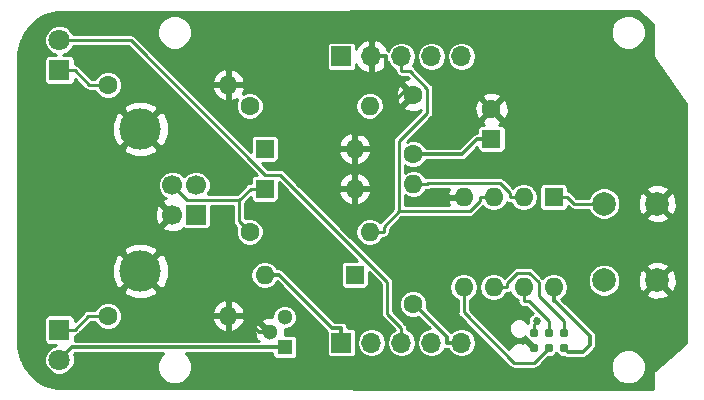
<source format=gbr>
G04 #@! TF.GenerationSoftware,KiCad,Pcbnew,(5.0.0)*
G04 #@! TF.CreationDate,2018-09-10T18:50:31-05:00*
G04 #@! TF.ProjectId,mini-attinyuino,6D696E692D617474696E7975696E6F2E,1.0*
G04 #@! TF.SameCoordinates,Original*
G04 #@! TF.FileFunction,Copper,L1,Top,Signal*
G04 #@! TF.FilePolarity,Positive*
%FSLAX46Y46*%
G04 Gerber Fmt 4.6, Leading zero omitted, Abs format (unit mm)*
G04 Created by KiCad (PCBNEW (5.0.0)) date 09/10/18 18:50:31*
%MOMM*%
%LPD*%
G01*
G04 APERTURE LIST*
G04 #@! TA.AperFunction,ComponentPad*
%ADD10R,1.700000X1.700000*%
G04 #@! TD*
G04 #@! TA.AperFunction,ComponentPad*
%ADD11O,1.700000X1.700000*%
G04 #@! TD*
G04 #@! TA.AperFunction,ComponentPad*
%ADD12R,1.600000X1.600000*%
G04 #@! TD*
G04 #@! TA.AperFunction,ComponentPad*
%ADD13C,1.600000*%
G04 #@! TD*
G04 #@! TA.AperFunction,ComponentPad*
%ADD14R,1.800000X1.800000*%
G04 #@! TD*
G04 #@! TA.AperFunction,ComponentPad*
%ADD15C,1.800000*%
G04 #@! TD*
G04 #@! TA.AperFunction,ComponentPad*
%ADD16O,1.600000X1.600000*%
G04 #@! TD*
G04 #@! TA.AperFunction,ComponentPad*
%ADD17C,1.700000*%
G04 #@! TD*
G04 #@! TA.AperFunction,ComponentPad*
%ADD18C,3.500000*%
G04 #@! TD*
G04 #@! TA.AperFunction,ConnectorPad*
%ADD19C,0.787400*%
G04 #@! TD*
G04 #@! TA.AperFunction,ComponentPad*
%ADD20C,2.000000*%
G04 #@! TD*
G04 #@! TA.AperFunction,ComponentPad*
%ADD21C,1.300000*%
G04 #@! TD*
G04 #@! TA.AperFunction,ComponentPad*
%ADD22R,1.300000X1.300000*%
G04 #@! TD*
G04 #@! TA.AperFunction,ViaPad*
%ADD23C,0.685800*%
G04 #@! TD*
G04 #@! TA.AperFunction,Conductor*
%ADD24C,0.300000*%
G04 #@! TD*
G04 #@! TA.AperFunction,Conductor*
%ADD25C,0.254000*%
G04 #@! TD*
G04 APERTURE END LIST*
D10*
G04 #@! TO.P,J1,1*
G04 #@! TO.N,VBUS*
X120514000Y-111023000D03*
D11*
G04 #@! TO.P,J1,2*
G04 #@! TO.N,/PG4*
X123054000Y-111023000D03*
G04 #@! TO.P,J1,3*
G04 #@! TO.N,/PG1*
X125594000Y-111023000D03*
G04 #@! TO.P,J1,4*
G04 #@! TO.N,/PG3*
X128134000Y-111023000D03*
G04 #@! TO.P,J1,5*
G04 #@! TO.N,+5V*
X130674000Y-111023000D03*
G04 #@! TD*
D12*
G04 #@! TO.P,C1,1*
G04 #@! TO.N,+5V*
X133215000Y-93753800D03*
D13*
G04 #@! TO.P,C1,2*
G04 #@! TO.N,GND*
X133215000Y-91253800D03*
G04 #@! TD*
G04 #@! TO.P,C2,1*
G04 #@! TO.N,+5V*
X126591000Y-95048700D03*
G04 #@! TO.P,C2,2*
G04 #@! TO.N,GND*
X126591000Y-90048700D03*
G04 #@! TD*
D14*
G04 #@! TO.P,D1,1*
G04 #@! TO.N,Net-(D1-Pad1)*
X96631800Y-109913000D03*
D15*
G04 #@! TO.P,D1,2*
G04 #@! TO.N,+5V*
X96631800Y-112453000D03*
G04 #@! TD*
D12*
G04 #@! TO.P,D2,1*
G04 #@! TO.N,+5V*
X121623000Y-105256000D03*
D16*
G04 #@! TO.P,D2,2*
G04 #@! TO.N,VBUS*
X114003000Y-105256000D03*
G04 #@! TD*
D15*
G04 #@! TO.P,D3,2*
G04 #@! TO.N,/PG1*
X96631800Y-85410500D03*
D14*
G04 #@! TO.P,D3,1*
G04 #@! TO.N,Net-(D3-Pad1)*
X96631800Y-87950500D03*
G04 #@! TD*
D12*
G04 #@! TO.P,D4,1*
G04 #@! TO.N,Net-(D4-Pad1)*
X114003000Y-94592300D03*
D16*
G04 #@! TO.P,D4,2*
G04 #@! TO.N,GND*
X121623000Y-94592300D03*
G04 #@! TD*
G04 #@! TO.P,D5,2*
G04 #@! TO.N,GND*
X121623000Y-97980300D03*
D12*
G04 #@! TO.P,D5,1*
G04 #@! TO.N,Net-(D5-Pad1)*
X114003000Y-97980300D03*
G04 #@! TD*
D11*
G04 #@! TO.P,J2,5*
G04 #@! TO.N,/PG5*
X130674000Y-86766400D03*
G04 #@! TO.P,J2,4*
G04 #@! TO.N,Net-(J2-Pad4)*
X128134000Y-86766400D03*
G04 #@! TO.P,J2,3*
G04 #@! TO.N,Net-(J2-Pad3)*
X125594000Y-86766400D03*
G04 #@! TO.P,J2,2*
G04 #@! TO.N,GND*
X123054000Y-86766400D03*
D10*
G04 #@! TO.P,J2,1*
G04 #@! TO.N,VCC*
X120514000Y-86766400D03*
G04 #@! TD*
G04 #@! TO.P,J3,1*
G04 #@! TO.N,VBUS*
X108204000Y-100182000D03*
D17*
G04 #@! TO.P,J3,2*
G04 #@! TO.N,Net-(D4-Pad1)*
X108204000Y-97682000D03*
G04 #@! TO.P,J3,3*
G04 #@! TO.N,Net-(D5-Pad1)*
X106204000Y-97682000D03*
G04 #@! TO.P,J3,4*
G04 #@! TO.N,GND*
X106204000Y-100182000D03*
D18*
G04 #@! TO.P,J3,5*
X103494000Y-104952000D03*
X103494000Y-92912000D03*
G04 #@! TD*
D19*
G04 #@! TO.P,P1,1*
G04 #@! TO.N,/PG1*
X139347000Y-110188000D03*
G04 #@! TO.P,P1,2*
G04 #@! TO.N,+5V*
X139347000Y-111458000D03*
G04 #@! TO.P,P1,3*
G04 #@! TO.N,/PG3*
X138077000Y-110188000D03*
G04 #@! TO.P,P1,4*
G04 #@! TO.N,/PG4*
X138077000Y-111458000D03*
G04 #@! TO.P,P1,5*
G04 #@! TO.N,/PG5*
X136807000Y-110188000D03*
G04 #@! TO.P,P1,6*
G04 #@! TO.N,GND*
X136807000Y-111458000D03*
G04 #@! TD*
D13*
G04 #@! TO.P,R1,1*
G04 #@! TO.N,Net-(D1-Pad1)*
X100752000Y-108735000D03*
D16*
G04 #@! TO.P,R1,2*
G04 #@! TO.N,GND*
X110912000Y-108735000D03*
G04 #@! TD*
D13*
G04 #@! TO.P,R2,1*
G04 #@! TO.N,Net-(D3-Pad1)*
X100752000Y-89179400D03*
D16*
G04 #@! TO.P,R2,2*
G04 #@! TO.N,GND*
X110912000Y-89179400D03*
G04 #@! TD*
D13*
G04 #@! TO.P,R3,1*
G04 #@! TO.N,Net-(D5-Pad1)*
X112733000Y-101618000D03*
D16*
G04 #@! TO.P,R3,2*
G04 #@! TO.N,Net-(J2-Pad3)*
X122893000Y-101618000D03*
G04 #@! TD*
G04 #@! TO.P,R4,2*
G04 #@! TO.N,Net-(J2-Pad4)*
X126591000Y-97581000D03*
D13*
G04 #@! TO.P,R4,1*
G04 #@! TO.N,+5V*
X126591000Y-107741000D03*
G04 #@! TD*
D16*
G04 #@! TO.P,R5,2*
G04 #@! TO.N,Net-(J2-Pad4)*
X122893000Y-90954400D03*
D13*
G04 #@! TO.P,R5,1*
G04 #@! TO.N,Net-(D4-Pad1)*
X112733000Y-90954400D03*
G04 #@! TD*
D20*
G04 #@! TO.P,SW1,2*
G04 #@! TO.N,/PG5*
X142744000Y-99236600D03*
G04 #@! TO.P,SW1,1*
G04 #@! TO.N,GND*
X147244000Y-99236600D03*
G04 #@! TO.P,SW1,2*
G04 #@! TO.N,/PG5*
X142744000Y-105736600D03*
G04 #@! TO.P,SW1,1*
G04 #@! TO.N,GND*
X147244000Y-105736600D03*
G04 #@! TD*
D21*
G04 #@! TO.P,U1,2*
G04 #@! TO.N,GND*
X114428000Y-110124000D03*
G04 #@! TO.P,U1,3*
G04 #@! TO.N,VCC*
X115698000Y-108854000D03*
D22*
G04 #@! TO.P,U1,1*
G04 #@! TO.N,+5V*
X115698000Y-111394000D03*
G04 #@! TD*
D12*
G04 #@! TO.P,U2,1*
G04 #@! TO.N,/PG5*
X138467000Y-98686600D03*
D16*
G04 #@! TO.P,U2,5*
G04 #@! TO.N,/PG4*
X130847000Y-106306600D03*
G04 #@! TO.P,U2,2*
G04 #@! TO.N,Net-(J2-Pad4)*
X135927000Y-98686600D03*
G04 #@! TO.P,U2,6*
G04 #@! TO.N,/PG1*
X133387000Y-106306600D03*
G04 #@! TO.P,U2,3*
G04 #@! TO.N,Net-(J2-Pad3)*
X133387000Y-98686600D03*
G04 #@! TO.P,U2,7*
G04 #@! TO.N,/PG3*
X135927000Y-106306600D03*
G04 #@! TO.P,U2,4*
G04 #@! TO.N,GND*
X130847000Y-98686600D03*
G04 #@! TO.P,U2,8*
G04 #@! TO.N,+5V*
X138467000Y-106306600D03*
G04 #@! TD*
D23*
G04 #@! TO.N,/PG5*
X137032500Y-109187300D03*
G04 #@! TD*
D24*
G04 #@! TO.N,+5V*
X115698000Y-111394000D02*
X97690800Y-111394000D01*
X97690800Y-111394000D02*
X96631800Y-112453000D01*
X133215000Y-93753800D02*
X132010700Y-93753800D01*
X126591000Y-95048700D02*
X130715800Y-95048700D01*
X130715800Y-95048700D02*
X132010700Y-93753800D01*
X130674000Y-111023000D02*
X129419700Y-111023000D01*
X126591000Y-107741000D02*
X126657500Y-107741000D01*
X126657500Y-107741000D02*
X129419700Y-110503200D01*
X129419700Y-110503200D02*
X129419700Y-111023000D01*
X138467000Y-106306600D02*
X138467000Y-107510900D01*
X139347000Y-111458000D02*
X139659800Y-111770800D01*
X139659800Y-111770800D02*
X140943100Y-111770800D01*
X140943100Y-111770800D02*
X141541600Y-111172300D01*
X141541600Y-111172300D02*
X141541600Y-110460700D01*
X141541600Y-110460700D02*
X138591800Y-107510900D01*
X138591800Y-107510900D02*
X138467000Y-107510900D01*
G04 #@! TO.N,GND*
X145747400Y-104240000D02*
X147244000Y-105736600D01*
X132116900Y-104240000D02*
X145747400Y-104240000D01*
X145747400Y-104240000D02*
X145747400Y-100733200D01*
X145747400Y-100733200D02*
X147244000Y-99236600D01*
X121623000Y-97980300D02*
X121623000Y-102102600D01*
X121623000Y-102102600D02*
X123760400Y-104240000D01*
X123760400Y-104240000D02*
X132116900Y-104240000D01*
X132116900Y-104240000D02*
X132116900Y-107662300D01*
X132116900Y-107662300D02*
X135277600Y-110823000D01*
X135277600Y-110823000D02*
X136172000Y-110823000D01*
X136172000Y-110823000D02*
X136807000Y-111458000D01*
X126054200Y-89511900D02*
X124308300Y-87766000D01*
X124308300Y-87766000D02*
X124308300Y-86766400D01*
X126591000Y-90048700D02*
X126054200Y-89511900D01*
X126054200Y-89511900D02*
X122178100Y-93388000D01*
X122178100Y-93388000D02*
X121623000Y-93388000D01*
X121623000Y-94592300D02*
X121623000Y-93388000D01*
X121623000Y-94592300D02*
X120418700Y-94592300D01*
X110912000Y-89179400D02*
X115005800Y-89179400D01*
X115005800Y-89179400D02*
X120418700Y-94592300D01*
X123054000Y-86766400D02*
X124308300Y-86766400D01*
X110912000Y-108735000D02*
X112116300Y-108735000D01*
X114428000Y-110124000D02*
X113505300Y-110124000D01*
X113505300Y-110124000D02*
X112116300Y-108735000D01*
D25*
G04 #@! TO.N,Net-(D1-Pad1)*
X96631800Y-109913000D02*
X97913100Y-109913000D01*
X100752000Y-108735000D02*
X99091100Y-108735000D01*
X99091100Y-108735000D02*
X97913100Y-109913000D01*
G04 #@! TO.N,/PG1*
X133387000Y-106306600D02*
X134568300Y-106306600D01*
X134568300Y-106306600D02*
X134568300Y-105937400D01*
X134568300Y-105937400D02*
X135391200Y-105114500D01*
X135391200Y-105114500D02*
X136406100Y-105114500D01*
X136406100Y-105114500D02*
X137197000Y-105905400D01*
X137197000Y-105905400D02*
X137197000Y-107035400D01*
X137197000Y-107035400D02*
X139347000Y-109185400D01*
X139347000Y-109185400D02*
X139347000Y-110188000D01*
X125594000Y-111023000D02*
X125594000Y-109791700D01*
X125594000Y-109791700D02*
X124362700Y-108560400D01*
X124362700Y-108560400D02*
X124362700Y-105854800D01*
X124362700Y-105854800D02*
X115306800Y-96798900D01*
X115306800Y-96798900D02*
X114064300Y-96798900D01*
X114064300Y-96798900D02*
X102675900Y-85410500D01*
X102675900Y-85410500D02*
X96631800Y-85410500D01*
G04 #@! TO.N,Net-(D3-Pad1)*
X96631800Y-87950500D02*
X97913100Y-87950500D01*
X100752000Y-89179400D02*
X99142000Y-89179400D01*
X99142000Y-89179400D02*
X97913100Y-87950500D01*
G04 #@! TO.N,Net-(D5-Pad1)*
X111851400Y-98950600D02*
X112821700Y-97980300D01*
X106204000Y-97682000D02*
X107472600Y-98950600D01*
X107472600Y-98950600D02*
X111851400Y-98950600D01*
X112733000Y-101618000D02*
X111851400Y-100736400D01*
X111851400Y-100736400D02*
X111851400Y-98950600D01*
X114003000Y-97980300D02*
X112821700Y-97980300D01*
G04 #@! TO.N,/PG3*
X138077000Y-110188000D02*
X138077000Y-109195300D01*
X138077000Y-109195300D02*
X136369600Y-107487900D01*
X136369600Y-107487900D02*
X135927000Y-107487900D01*
X135927000Y-106306600D02*
X135927000Y-107487900D01*
G04 #@! TO.N,/PG4*
X130847000Y-106306600D02*
X130847000Y-108437800D01*
X130847000Y-108437800D02*
X135127100Y-112717900D01*
X135127100Y-112717900D02*
X136817100Y-112717900D01*
X136817100Y-112717900D02*
X138077000Y-111458000D01*
G04 #@! TO.N,/PG5*
X136807000Y-110188000D02*
X136807000Y-109412800D01*
X136807000Y-109412800D02*
X137032500Y-109187300D01*
X138467000Y-98686600D02*
X139648300Y-98686600D01*
X142744000Y-99236600D02*
X140198300Y-99236600D01*
X140198300Y-99236600D02*
X139648300Y-98686600D01*
D24*
G04 #@! TO.N,VBUS*
X120514000Y-111023000D02*
X120514000Y-109768700D01*
X114003000Y-105256000D02*
X115207300Y-105256000D01*
X115207300Y-105256000D02*
X119720000Y-109768700D01*
X119720000Y-109768700D02*
X120514000Y-109768700D01*
D25*
G04 #@! TO.N,Net-(J2-Pad4)*
X126591000Y-97581000D02*
X127772300Y-97581000D01*
X135927000Y-98686600D02*
X134745700Y-98686600D01*
X134745700Y-98686600D02*
X134745700Y-98317400D01*
X134745700Y-98317400D02*
X133924900Y-97496600D01*
X133924900Y-97496600D02*
X127856700Y-97496600D01*
X127856700Y-97496600D02*
X127772300Y-97581000D01*
G04 #@! TO.N,Net-(J2-Pad3)*
X122893000Y-101618000D02*
X124074300Y-101618000D01*
X125375200Y-99881500D02*
X124074300Y-101182400D01*
X124074300Y-101182400D02*
X124074300Y-101618000D01*
X132205700Y-98686600D02*
X132205700Y-99055800D01*
X132205700Y-99055800D02*
X131380000Y-99881500D01*
X131380000Y-99881500D02*
X125375200Y-99881500D01*
X125375200Y-99881500D02*
X125375200Y-93950800D01*
X125375200Y-93950800D02*
X127788000Y-91538000D01*
X127788000Y-91538000D02*
X127788000Y-89501200D01*
X127788000Y-89501200D02*
X126284500Y-87997700D01*
X126284500Y-87997700D02*
X125594000Y-87997700D01*
X125594000Y-86766400D02*
X125594000Y-87997700D01*
X133387000Y-98686600D02*
X132205700Y-98686600D01*
G04 #@! TD*
G04 #@! TO.N,GND*
G36*
X146870791Y-84011668D02*
X146870790Y-86571252D01*
X146869983Y-86573263D01*
X146870790Y-86646547D01*
X146870790Y-86681913D01*
X146871202Y-86683986D01*
X146871645Y-86724187D01*
X146885782Y-86757282D01*
X146892804Y-86792584D01*
X146915143Y-86826017D01*
X146915971Y-86827956D01*
X146935899Y-86857081D01*
X146976658Y-86918083D01*
X146978461Y-86919288D01*
X149665791Y-90846926D01*
X149665790Y-111043602D01*
X147021174Y-113291525D01*
X146976659Y-113321269D01*
X146943262Y-113371252D01*
X146905937Y-113418369D01*
X146901602Y-113433601D01*
X146892805Y-113446767D01*
X146881080Y-113505712D01*
X146864623Y-113563539D01*
X146870791Y-113616726D01*
X146870790Y-114934915D01*
X96364293Y-114870128D01*
X96054554Y-114801461D01*
X95728389Y-114698620D01*
X95412419Y-114567741D01*
X95109063Y-114409823D01*
X94820628Y-114226070D01*
X94549302Y-114017873D01*
X94297168Y-113786834D01*
X94066117Y-113534687D01*
X93857924Y-113263367D01*
X93674170Y-112974931D01*
X93516252Y-112671575D01*
X93385372Y-112355604D01*
X93282531Y-112029438D01*
X93208508Y-111695544D01*
X93163869Y-111356470D01*
X93148590Y-111006527D01*
X93148590Y-109013000D01*
X95343336Y-109013000D01*
X95343336Y-110813000D01*
X95372906Y-110961659D01*
X95457114Y-111087686D01*
X95583141Y-111171894D01*
X95731800Y-111201464D01*
X96305861Y-111201464D01*
X95906172Y-111367021D01*
X95545821Y-111727372D01*
X95350800Y-112198193D01*
X95350800Y-112707807D01*
X95545821Y-113178628D01*
X95906172Y-113538979D01*
X96376993Y-113734000D01*
X96886607Y-113734000D01*
X97357428Y-113538979D01*
X97717779Y-113178628D01*
X97912800Y-112707807D01*
X97912800Y-112198193D01*
X97832182Y-112003565D01*
X97910748Y-111925000D01*
X105428549Y-111925000D01*
X105124468Y-112229081D01*
X104899000Y-112773411D01*
X104899000Y-113362589D01*
X105124468Y-113906919D01*
X105541081Y-114323532D01*
X106085411Y-114549000D01*
X106674589Y-114549000D01*
X107218919Y-114323532D01*
X107635532Y-113906919D01*
X107861000Y-113362589D01*
X107861000Y-112773411D01*
X107635532Y-112229081D01*
X107331451Y-111925000D01*
X114659536Y-111925000D01*
X114659536Y-112044000D01*
X114689106Y-112192659D01*
X114773314Y-112318686D01*
X114899341Y-112402894D01*
X115048000Y-112432464D01*
X116348000Y-112432464D01*
X116496659Y-112402894D01*
X116622686Y-112318686D01*
X116706894Y-112192659D01*
X116736464Y-112044000D01*
X116736464Y-110744000D01*
X116706894Y-110595341D01*
X116622686Y-110469314D01*
X116496659Y-110385106D01*
X116348000Y-110355536D01*
X115708009Y-110355536D01*
X115725622Y-110304922D01*
X115701317Y-109885000D01*
X115903079Y-109885000D01*
X116282014Y-109728039D01*
X116572039Y-109438014D01*
X116729000Y-109059079D01*
X116729000Y-108648921D01*
X116572039Y-108269986D01*
X116282014Y-107979961D01*
X115903079Y-107823000D01*
X115492921Y-107823000D01*
X115113986Y-107979961D01*
X114823961Y-108269986D01*
X114667000Y-108648921D01*
X114667000Y-108846588D01*
X114608922Y-108826378D01*
X114098572Y-108855917D01*
X113764271Y-108994389D01*
X113708590Y-109224984D01*
X114428000Y-109944395D01*
X114442143Y-109930253D01*
X114621748Y-110109858D01*
X114607605Y-110124000D01*
X114621748Y-110138142D01*
X114442142Y-110317748D01*
X114428000Y-110303605D01*
X114413858Y-110317748D01*
X114234252Y-110138142D01*
X114248395Y-110124000D01*
X113528984Y-109404590D01*
X113298389Y-109460271D01*
X113130378Y-109943078D01*
X113159917Y-110453428D01*
X113298389Y-110787729D01*
X113528982Y-110843410D01*
X113509392Y-110863000D01*
X97910318Y-110863000D01*
X97920264Y-110813000D01*
X97920264Y-110429526D01*
X97963128Y-110421000D01*
X97963132Y-110421000D01*
X98111312Y-110391525D01*
X98228028Y-110313537D01*
X98236932Y-110307588D01*
X98279347Y-110279247D01*
X98307688Y-110236832D01*
X99301520Y-109243000D01*
X99684116Y-109243000D01*
X99750797Y-109403983D01*
X100083017Y-109736203D01*
X100517085Y-109916000D01*
X100986915Y-109916000D01*
X101420983Y-109736203D01*
X101753203Y-109403983D01*
X101885728Y-109084039D01*
X109520096Y-109084039D01*
X109680959Y-109472423D01*
X110056866Y-109887389D01*
X110562959Y-110126914D01*
X110785000Y-110005629D01*
X110785000Y-108862000D01*
X111039000Y-108862000D01*
X111039000Y-110005629D01*
X111261041Y-110126914D01*
X111767134Y-109887389D01*
X112143041Y-109472423D01*
X112303904Y-109084039D01*
X112181915Y-108862000D01*
X111039000Y-108862000D01*
X110785000Y-108862000D01*
X109642085Y-108862000D01*
X109520096Y-109084039D01*
X101885728Y-109084039D01*
X101933000Y-108969915D01*
X101933000Y-108500085D01*
X101885729Y-108385961D01*
X109520096Y-108385961D01*
X109642085Y-108608000D01*
X110785000Y-108608000D01*
X110785000Y-107464371D01*
X111039000Y-107464371D01*
X111039000Y-108608000D01*
X112181915Y-108608000D01*
X112303904Y-108385961D01*
X112143041Y-107997577D01*
X111767134Y-107582611D01*
X111261041Y-107343086D01*
X111039000Y-107464371D01*
X110785000Y-107464371D01*
X110562959Y-107343086D01*
X110056866Y-107582611D01*
X109680959Y-107997577D01*
X109520096Y-108385961D01*
X101885729Y-108385961D01*
X101753203Y-108066017D01*
X101420983Y-107733797D01*
X100986915Y-107554000D01*
X100517085Y-107554000D01*
X100083017Y-107733797D01*
X99750797Y-108066017D01*
X99684116Y-108227000D01*
X99141128Y-108227000D01*
X99091100Y-108217049D01*
X99041072Y-108227000D01*
X99041068Y-108227000D01*
X98892888Y-108256475D01*
X98724853Y-108368753D01*
X98696512Y-108411168D01*
X97920264Y-109187416D01*
X97920264Y-109013000D01*
X97890694Y-108864341D01*
X97806486Y-108738314D01*
X97680459Y-108654106D01*
X97531800Y-108624536D01*
X95731800Y-108624536D01*
X95583141Y-108654106D01*
X95457114Y-108738314D01*
X95372906Y-108864341D01*
X95343336Y-109013000D01*
X93148590Y-109013000D01*
X93148590Y-106646528D01*
X101979077Y-106646528D01*
X102169364Y-106991271D01*
X103050591Y-107342956D01*
X103999323Y-107330641D01*
X104818636Y-106991271D01*
X105008923Y-106646528D01*
X103494000Y-105131605D01*
X101979077Y-106646528D01*
X93148590Y-106646528D01*
X93148590Y-104508591D01*
X101103044Y-104508591D01*
X101115359Y-105457323D01*
X101454729Y-106276636D01*
X101799472Y-106466923D01*
X103314395Y-104952000D01*
X103673605Y-104952000D01*
X105188528Y-106466923D01*
X105533271Y-106276636D01*
X105884956Y-105395409D01*
X105883147Y-105256000D01*
X112798863Y-105256000D01*
X112890522Y-105716803D01*
X113151547Y-106107453D01*
X113542197Y-106368478D01*
X113886682Y-106437000D01*
X114119318Y-106437000D01*
X114463803Y-106368478D01*
X114854453Y-106107453D01*
X115036041Y-105835688D01*
X119291765Y-110091412D01*
X119275536Y-110173000D01*
X119275536Y-111873000D01*
X119305106Y-112021659D01*
X119389314Y-112147686D01*
X119515341Y-112231894D01*
X119664000Y-112261464D01*
X121364000Y-112261464D01*
X121512659Y-112231894D01*
X121638686Y-112147686D01*
X121722894Y-112021659D01*
X121752464Y-111873000D01*
X121752464Y-111023000D01*
X121798884Y-111023000D01*
X121894424Y-111503312D01*
X122166499Y-111910501D01*
X122573688Y-112182576D01*
X122932761Y-112254000D01*
X123175239Y-112254000D01*
X123534312Y-112182576D01*
X123941501Y-111910501D01*
X124213576Y-111503312D01*
X124309116Y-111023000D01*
X124213576Y-110542688D01*
X123941501Y-110135499D01*
X123534312Y-109863424D01*
X123175239Y-109792000D01*
X122932761Y-109792000D01*
X122573688Y-109863424D01*
X122166499Y-110135499D01*
X121894424Y-110542688D01*
X121798884Y-111023000D01*
X121752464Y-111023000D01*
X121752464Y-110173000D01*
X121722894Y-110024341D01*
X121638686Y-109898314D01*
X121512659Y-109814106D01*
X121364000Y-109784536D01*
X121052252Y-109784536D01*
X121055402Y-109768700D01*
X121014190Y-109561514D01*
X120896829Y-109385871D01*
X120721186Y-109268510D01*
X120566294Y-109237700D01*
X120514000Y-109227298D01*
X120461706Y-109237700D01*
X119939947Y-109237700D01*
X115619752Y-104917505D01*
X115590129Y-104873171D01*
X115414486Y-104755810D01*
X115259594Y-104725000D01*
X115259590Y-104725000D01*
X115207300Y-104714599D01*
X115155010Y-104725000D01*
X115068574Y-104725000D01*
X114854453Y-104404547D01*
X114463803Y-104143522D01*
X114119318Y-104075000D01*
X113886682Y-104075000D01*
X113542197Y-104143522D01*
X113151547Y-104404547D01*
X112890522Y-104795197D01*
X112798863Y-105256000D01*
X105883147Y-105256000D01*
X105872641Y-104446677D01*
X105533271Y-103627364D01*
X105188528Y-103437077D01*
X103673605Y-104952000D01*
X103314395Y-104952000D01*
X101799472Y-103437077D01*
X101454729Y-103627364D01*
X101103044Y-104508591D01*
X93148590Y-104508591D01*
X93148590Y-103257472D01*
X101979077Y-103257472D01*
X103494000Y-104772395D01*
X105008923Y-103257472D01*
X104818636Y-102912729D01*
X103937409Y-102561044D01*
X102988677Y-102573359D01*
X102169364Y-102912729D01*
X101979077Y-103257472D01*
X93148590Y-103257472D01*
X93148590Y-99953279D01*
X104707282Y-99953279D01*
X104733685Y-100543458D01*
X104908741Y-100966080D01*
X105160042Y-101046353D01*
X106024395Y-100182000D01*
X105160042Y-99317647D01*
X104908741Y-99397920D01*
X104707282Y-99953279D01*
X93148590Y-99953279D01*
X93148590Y-94606528D01*
X101979077Y-94606528D01*
X102169364Y-94951271D01*
X103050591Y-95302956D01*
X103999323Y-95290641D01*
X104818636Y-94951271D01*
X105008923Y-94606528D01*
X103494000Y-93091605D01*
X101979077Y-94606528D01*
X93148590Y-94606528D01*
X93148590Y-92468591D01*
X101103044Y-92468591D01*
X101115359Y-93417323D01*
X101454729Y-94236636D01*
X101799472Y-94426923D01*
X103314395Y-92912000D01*
X103673605Y-92912000D01*
X105188528Y-94426923D01*
X105533271Y-94236636D01*
X105884956Y-93355409D01*
X105872641Y-92406677D01*
X105533271Y-91587364D01*
X105188528Y-91397077D01*
X103673605Y-92912000D01*
X103314395Y-92912000D01*
X101799472Y-91397077D01*
X101454729Y-91587364D01*
X101103044Y-92468591D01*
X93148590Y-92468591D01*
X93148590Y-91217472D01*
X101979077Y-91217472D01*
X103494000Y-92732395D01*
X105008923Y-91217472D01*
X104818636Y-90872729D01*
X103937409Y-90521044D01*
X102988677Y-90533359D01*
X102169364Y-90872729D01*
X101979077Y-91217472D01*
X93148590Y-91217472D01*
X93148590Y-87050500D01*
X95343336Y-87050500D01*
X95343336Y-88850500D01*
X95372906Y-88999159D01*
X95457114Y-89125186D01*
X95583141Y-89209394D01*
X95731800Y-89238964D01*
X97531800Y-89238964D01*
X97680459Y-89209394D01*
X97806486Y-89125186D01*
X97890694Y-88999159D01*
X97920264Y-88850500D01*
X97920264Y-88676084D01*
X98747414Y-89503235D01*
X98775753Y-89545647D01*
X98818165Y-89573986D01*
X98818167Y-89573988D01*
X98943788Y-89657925D01*
X99091968Y-89687400D01*
X99091971Y-89687400D01*
X99141999Y-89697351D01*
X99192027Y-89687400D01*
X99684116Y-89687400D01*
X99750797Y-89848383D01*
X100083017Y-90180603D01*
X100517085Y-90360400D01*
X100986915Y-90360400D01*
X101420983Y-90180603D01*
X101753203Y-89848383D01*
X101933000Y-89414315D01*
X101933000Y-88944485D01*
X101753203Y-88510417D01*
X101420983Y-88178197D01*
X100986915Y-87998400D01*
X100517085Y-87998400D01*
X100083017Y-88178197D01*
X99750797Y-88510417D01*
X99684116Y-88671400D01*
X99352421Y-88671400D01*
X98307688Y-87626668D01*
X98279347Y-87584253D01*
X98111312Y-87471975D01*
X97963132Y-87442500D01*
X97963128Y-87442500D01*
X97920264Y-87433974D01*
X97920264Y-87050500D01*
X97890694Y-86901841D01*
X97806486Y-86775814D01*
X97680459Y-86691606D01*
X97531800Y-86662036D01*
X96957739Y-86662036D01*
X97357428Y-86496479D01*
X97717779Y-86136128D01*
X97807924Y-85918500D01*
X102465480Y-85918500D01*
X113338815Y-96791836D01*
X113203000Y-96791836D01*
X113054341Y-96821406D01*
X112928314Y-96905614D01*
X112844106Y-97031641D01*
X112814536Y-97180300D01*
X112814536Y-97463774D01*
X112771671Y-97472300D01*
X112771668Y-97472300D01*
X112623488Y-97501775D01*
X112455453Y-97614053D01*
X112427112Y-97656468D01*
X111640980Y-98442600D01*
X109184298Y-98442600D01*
X109247592Y-98379306D01*
X109435000Y-97926861D01*
X109435000Y-97437139D01*
X109247592Y-96984694D01*
X108901306Y-96638408D01*
X108448861Y-96451000D01*
X107959139Y-96451000D01*
X107506694Y-96638408D01*
X107204000Y-96941102D01*
X106901306Y-96638408D01*
X106448861Y-96451000D01*
X105959139Y-96451000D01*
X105506694Y-96638408D01*
X105160408Y-96984694D01*
X104973000Y-97437139D01*
X104973000Y-97926861D01*
X105160408Y-98379306D01*
X105506694Y-98725592D01*
X105657831Y-98788195D01*
X105419920Y-98886741D01*
X105339647Y-99138042D01*
X106204000Y-100002395D01*
X106218143Y-99988253D01*
X106397748Y-100167858D01*
X106383605Y-100182000D01*
X106397748Y-100196143D01*
X106218143Y-100375748D01*
X106204000Y-100361605D01*
X105339647Y-101225958D01*
X105419920Y-101477259D01*
X105975279Y-101678718D01*
X106565458Y-101652315D01*
X106988080Y-101477259D01*
X107054452Y-101269477D01*
X107079314Y-101306686D01*
X107205341Y-101390894D01*
X107354000Y-101420464D01*
X109054000Y-101420464D01*
X109202659Y-101390894D01*
X109328686Y-101306686D01*
X109412894Y-101180659D01*
X109442464Y-101032000D01*
X109442464Y-99458600D01*
X111343401Y-99458600D01*
X111343400Y-100686372D01*
X111333449Y-100736400D01*
X111343400Y-100786428D01*
X111343400Y-100786431D01*
X111357727Y-100858456D01*
X111372875Y-100934611D01*
X111447539Y-101046353D01*
X111485153Y-101102647D01*
X111527568Y-101130988D01*
X111618682Y-101222102D01*
X111552000Y-101383085D01*
X111552000Y-101852915D01*
X111731797Y-102286983D01*
X112064017Y-102619203D01*
X112498085Y-102799000D01*
X112967915Y-102799000D01*
X113401983Y-102619203D01*
X113734203Y-102286983D01*
X113914000Y-101852915D01*
X113914000Y-101383085D01*
X113734203Y-100949017D01*
X113401983Y-100616797D01*
X112967915Y-100437000D01*
X112498085Y-100437000D01*
X112359400Y-100494445D01*
X112359400Y-99161020D01*
X112814536Y-98705884D01*
X112814536Y-98780300D01*
X112844106Y-98928959D01*
X112928314Y-99054986D01*
X113054341Y-99139194D01*
X113203000Y-99168764D01*
X114803000Y-99168764D01*
X114951659Y-99139194D01*
X115077686Y-99054986D01*
X115161894Y-98928959D01*
X115191464Y-98780300D01*
X115191464Y-97401984D01*
X121857016Y-104067536D01*
X120823000Y-104067536D01*
X120674341Y-104097106D01*
X120548314Y-104181314D01*
X120464106Y-104307341D01*
X120434536Y-104456000D01*
X120434536Y-106056000D01*
X120464106Y-106204659D01*
X120548314Y-106330686D01*
X120674341Y-106414894D01*
X120823000Y-106444464D01*
X122423000Y-106444464D01*
X122571659Y-106414894D01*
X122697686Y-106330686D01*
X122781894Y-106204659D01*
X122811464Y-106056000D01*
X122811464Y-105021984D01*
X123854701Y-106065221D01*
X123854700Y-108510372D01*
X123844749Y-108560400D01*
X123854700Y-108610428D01*
X123854700Y-108610431D01*
X123880138Y-108738314D01*
X123884175Y-108758611D01*
X123906961Y-108792712D01*
X123996453Y-108926647D01*
X124038868Y-108954988D01*
X125013948Y-109930068D01*
X124706499Y-110135499D01*
X124434424Y-110542688D01*
X124338884Y-111023000D01*
X124434424Y-111503312D01*
X124706499Y-111910501D01*
X125113688Y-112182576D01*
X125472761Y-112254000D01*
X125715239Y-112254000D01*
X126074312Y-112182576D01*
X126481501Y-111910501D01*
X126753576Y-111503312D01*
X126849116Y-111023000D01*
X126753576Y-110542688D01*
X126481501Y-110135499D01*
X126102000Y-109881925D01*
X126102000Y-109841727D01*
X126111951Y-109791699D01*
X126102000Y-109741671D01*
X126102000Y-109741668D01*
X126072525Y-109593488D01*
X126030933Y-109531241D01*
X125988588Y-109467867D01*
X125988586Y-109467865D01*
X125960247Y-109425453D01*
X125917835Y-109397114D01*
X124870700Y-108349980D01*
X124870700Y-107506085D01*
X125410000Y-107506085D01*
X125410000Y-107975915D01*
X125589797Y-108409983D01*
X125922017Y-108742203D01*
X126356085Y-108922000D01*
X126825915Y-108922000D01*
X127010921Y-108845368D01*
X127966712Y-109801160D01*
X127653688Y-109863424D01*
X127246499Y-110135499D01*
X126974424Y-110542688D01*
X126878884Y-111023000D01*
X126974424Y-111503312D01*
X127246499Y-111910501D01*
X127653688Y-112182576D01*
X128012761Y-112254000D01*
X128255239Y-112254000D01*
X128614312Y-112182576D01*
X129021501Y-111910501D01*
X129272342Y-111535091D01*
X129367406Y-111554000D01*
X129419700Y-111564402D01*
X129471994Y-111554000D01*
X129548293Y-111554000D01*
X129786499Y-111910501D01*
X130193688Y-112182576D01*
X130552761Y-112254000D01*
X130795239Y-112254000D01*
X131154312Y-112182576D01*
X131561501Y-111910501D01*
X131833576Y-111503312D01*
X131929116Y-111023000D01*
X131833576Y-110542688D01*
X131561501Y-110135499D01*
X131154312Y-109863424D01*
X130795239Y-109792000D01*
X130552761Y-109792000D01*
X130193688Y-109863424D01*
X129804569Y-110123425D01*
X129802529Y-110120371D01*
X129758198Y-110090750D01*
X127734323Y-108066876D01*
X127772000Y-107975915D01*
X127772000Y-107506085D01*
X127592203Y-107072017D01*
X127259983Y-106739797D01*
X126825915Y-106560000D01*
X126356085Y-106560000D01*
X125922017Y-106739797D01*
X125589797Y-107072017D01*
X125410000Y-107506085D01*
X124870700Y-107506085D01*
X124870700Y-106306600D01*
X129642863Y-106306600D01*
X129734522Y-106767403D01*
X129995547Y-107158053D01*
X130339001Y-107387542D01*
X130339001Y-108387767D01*
X130329049Y-108437800D01*
X130368475Y-108636011D01*
X130452412Y-108761632D01*
X130452415Y-108761635D01*
X130480754Y-108804047D01*
X130523166Y-108832386D01*
X134732512Y-113041732D01*
X134760853Y-113084147D01*
X134928888Y-113196425D01*
X135077068Y-113225900D01*
X135077072Y-113225900D01*
X135127099Y-113235851D01*
X135177126Y-113225900D01*
X136767072Y-113225900D01*
X136817100Y-113235851D01*
X136867128Y-113225900D01*
X136867132Y-113225900D01*
X137015312Y-113196425D01*
X137183347Y-113084147D01*
X137211688Y-113041732D01*
X137480009Y-112773411D01*
X143317000Y-112773411D01*
X143317000Y-113362589D01*
X143542468Y-113906919D01*
X143959081Y-114323532D01*
X144503411Y-114549000D01*
X145092589Y-114549000D01*
X145636919Y-114323532D01*
X146053532Y-113906919D01*
X146279000Y-113362589D01*
X146279000Y-112773411D01*
X146053532Y-112229081D01*
X145636919Y-111812468D01*
X145092589Y-111587000D01*
X144503411Y-111587000D01*
X143959081Y-111812468D01*
X143542468Y-112229081D01*
X143317000Y-112773411D01*
X137480009Y-112773411D01*
X138020721Y-112232700D01*
X138231097Y-112232700D01*
X138515832Y-112114759D01*
X138712000Y-111918591D01*
X138908168Y-112114759D01*
X139192903Y-112232700D01*
X139395309Y-112232700D01*
X139452614Y-112270990D01*
X139607506Y-112301800D01*
X139607509Y-112301800D01*
X139659799Y-112312201D01*
X139712089Y-112301800D01*
X140890810Y-112301800D01*
X140943100Y-112312201D01*
X140995390Y-112301800D01*
X140995394Y-112301800D01*
X141150286Y-112270990D01*
X141325929Y-112153629D01*
X141355552Y-112109295D01*
X141880098Y-111584750D01*
X141924429Y-111555129D01*
X142041790Y-111379486D01*
X142072600Y-111224594D01*
X142072600Y-111224593D01*
X142083002Y-111172300D01*
X142072600Y-111120006D01*
X142072600Y-110512989D01*
X142083001Y-110460699D01*
X142072600Y-110408409D01*
X142072600Y-110408406D01*
X142041790Y-110253514D01*
X141987992Y-110173000D01*
X141954051Y-110122203D01*
X141954050Y-110122202D01*
X141924429Y-110077871D01*
X141880098Y-110048250D01*
X139121500Y-107289653D01*
X139318453Y-107158053D01*
X139579478Y-106767403D01*
X139671137Y-106306600D01*
X139579478Y-105845797D01*
X139322967Y-105461902D01*
X141363000Y-105461902D01*
X141363000Y-106011298D01*
X141573245Y-106518873D01*
X141961727Y-106907355D01*
X142469302Y-107117600D01*
X143018698Y-107117600D01*
X143526273Y-106907355D01*
X143544496Y-106889132D01*
X146271073Y-106889132D01*
X146369736Y-107155987D01*
X146979461Y-107382508D01*
X147629460Y-107358456D01*
X148118264Y-107155987D01*
X148216927Y-106889132D01*
X147244000Y-105916205D01*
X146271073Y-106889132D01*
X143544496Y-106889132D01*
X143914755Y-106518873D01*
X144125000Y-106011298D01*
X144125000Y-105472061D01*
X145598092Y-105472061D01*
X145622144Y-106122060D01*
X145824613Y-106610864D01*
X146091468Y-106709527D01*
X147064395Y-105736600D01*
X147423605Y-105736600D01*
X148396532Y-106709527D01*
X148663387Y-106610864D01*
X148889908Y-106001139D01*
X148865856Y-105351140D01*
X148663387Y-104862336D01*
X148396532Y-104763673D01*
X147423605Y-105736600D01*
X147064395Y-105736600D01*
X146091468Y-104763673D01*
X145824613Y-104862336D01*
X145598092Y-105472061D01*
X144125000Y-105472061D01*
X144125000Y-105461902D01*
X143914755Y-104954327D01*
X143544496Y-104584068D01*
X146271073Y-104584068D01*
X147244000Y-105556995D01*
X148216927Y-104584068D01*
X148118264Y-104317213D01*
X147508539Y-104090692D01*
X146858540Y-104114744D01*
X146369736Y-104317213D01*
X146271073Y-104584068D01*
X143544496Y-104584068D01*
X143526273Y-104565845D01*
X143018698Y-104355600D01*
X142469302Y-104355600D01*
X141961727Y-104565845D01*
X141573245Y-104954327D01*
X141363000Y-105461902D01*
X139322967Y-105461902D01*
X139318453Y-105455147D01*
X138927803Y-105194122D01*
X138583318Y-105125600D01*
X138350682Y-105125600D01*
X138006197Y-105194122D01*
X137615547Y-105455147D01*
X137560598Y-105537383D01*
X137520833Y-105510813D01*
X136800688Y-104790668D01*
X136772347Y-104748253D01*
X136721981Y-104714599D01*
X136721028Y-104713963D01*
X136604312Y-104635975D01*
X136456132Y-104606500D01*
X136456128Y-104606500D01*
X136406100Y-104596549D01*
X136356072Y-104606500D01*
X135441227Y-104606500D01*
X135391199Y-104596549D01*
X135341171Y-104606500D01*
X135341168Y-104606500D01*
X135192988Y-104635975D01*
X135024953Y-104748253D01*
X134996612Y-104790668D01*
X134275976Y-105511304D01*
X134238453Y-105455147D01*
X133847803Y-105194122D01*
X133503318Y-105125600D01*
X133270682Y-105125600D01*
X132926197Y-105194122D01*
X132535547Y-105455147D01*
X132274522Y-105845797D01*
X132182863Y-106306600D01*
X132274522Y-106767403D01*
X132535547Y-107158053D01*
X132926197Y-107419078D01*
X133270682Y-107487600D01*
X133503318Y-107487600D01*
X133847803Y-107419078D01*
X134238453Y-107158053D01*
X134467942Y-106814600D01*
X134518268Y-106814600D01*
X134568300Y-106824552D01*
X134618332Y-106814600D01*
X134766512Y-106785125D01*
X134812001Y-106754730D01*
X134814522Y-106767403D01*
X135075547Y-107158053D01*
X135419001Y-107387542D01*
X135419001Y-107437864D01*
X135409048Y-107487900D01*
X135448475Y-107686112D01*
X135560753Y-107854147D01*
X135728788Y-107966425D01*
X135876968Y-107995900D01*
X135927000Y-108005852D01*
X135977032Y-107995900D01*
X136159180Y-107995900D01*
X136703367Y-108540088D01*
X136622444Y-108573607D01*
X136418807Y-108777244D01*
X136308600Y-109043307D01*
X136308600Y-109314509D01*
X136299809Y-109358703D01*
X136279891Y-109310616D01*
X136033384Y-109064109D01*
X135711307Y-108930700D01*
X135362693Y-108930700D01*
X135040616Y-109064109D01*
X134794109Y-109310616D01*
X134660700Y-109632693D01*
X134660700Y-109981307D01*
X134794109Y-110303384D01*
X135040616Y-110549891D01*
X135362693Y-110683300D01*
X135711307Y-110683300D01*
X136033384Y-110549891D01*
X136093479Y-110489796D01*
X136150241Y-110626832D01*
X136368168Y-110844759D01*
X136377038Y-110848433D01*
X136807000Y-111278395D01*
X136821143Y-111264253D01*
X137000748Y-111443858D01*
X136986605Y-111458000D01*
X137000748Y-111472143D01*
X136821143Y-111651748D01*
X136807000Y-111637605D01*
X136792858Y-111651748D01*
X136613253Y-111472143D01*
X136627395Y-111458000D01*
X136094239Y-110924844D01*
X135890054Y-110948781D01*
X135865135Y-111026418D01*
X135711307Y-110962700D01*
X135362693Y-110962700D01*
X135040616Y-111096109D01*
X134794109Y-111342616D01*
X134699249Y-111571629D01*
X131355000Y-108227380D01*
X131355000Y-107387542D01*
X131698453Y-107158053D01*
X131959478Y-106767403D01*
X132051137Y-106306600D01*
X131959478Y-105845797D01*
X131698453Y-105455147D01*
X131307803Y-105194122D01*
X130963318Y-105125600D01*
X130730682Y-105125600D01*
X130386197Y-105194122D01*
X129995547Y-105455147D01*
X129734522Y-105845797D01*
X129642863Y-106306600D01*
X124870700Y-106306600D01*
X124870700Y-105904828D01*
X124880651Y-105854800D01*
X124870700Y-105804772D01*
X124870700Y-105804768D01*
X124841225Y-105656588D01*
X124728947Y-105488553D01*
X124686532Y-105460212D01*
X120844320Y-101618000D01*
X121688863Y-101618000D01*
X121780522Y-102078803D01*
X122041547Y-102469453D01*
X122432197Y-102730478D01*
X122776682Y-102799000D01*
X123009318Y-102799000D01*
X123353803Y-102730478D01*
X123744453Y-102469453D01*
X123973942Y-102126000D01*
X124024268Y-102126000D01*
X124074300Y-102135952D01*
X124272512Y-102096525D01*
X124440547Y-101984247D01*
X124552825Y-101816212D01*
X124582300Y-101668031D01*
X124592252Y-101618000D01*
X124582300Y-101567968D01*
X124582300Y-101392820D01*
X125585620Y-100389500D01*
X131329972Y-100389500D01*
X131380000Y-100399451D01*
X131430028Y-100389500D01*
X131430032Y-100389500D01*
X131578212Y-100360025D01*
X131746247Y-100247747D01*
X131774588Y-100205332D01*
X132498024Y-99481897D01*
X132535547Y-99538053D01*
X132926197Y-99799078D01*
X133270682Y-99867600D01*
X133503318Y-99867600D01*
X133847803Y-99799078D01*
X134238453Y-99538053D01*
X134499478Y-99147403D01*
X134501999Y-99134730D01*
X134547488Y-99165125D01*
X134745700Y-99204552D01*
X134795732Y-99194600D01*
X134846058Y-99194600D01*
X135075547Y-99538053D01*
X135466197Y-99799078D01*
X135810682Y-99867600D01*
X136043318Y-99867600D01*
X136387803Y-99799078D01*
X136778453Y-99538053D01*
X137039478Y-99147403D01*
X137131137Y-98686600D01*
X137039478Y-98225797D01*
X136812833Y-97886600D01*
X137278536Y-97886600D01*
X137278536Y-99486600D01*
X137308106Y-99635259D01*
X137392314Y-99761286D01*
X137518341Y-99845494D01*
X137667000Y-99875064D01*
X139267000Y-99875064D01*
X139415659Y-99845494D01*
X139541686Y-99761286D01*
X139625894Y-99635259D01*
X139655464Y-99486600D01*
X139655464Y-99412184D01*
X139803712Y-99560432D01*
X139832053Y-99602847D01*
X140000088Y-99715125D01*
X140148268Y-99744600D01*
X140148272Y-99744600D01*
X140198299Y-99754551D01*
X140248326Y-99744600D01*
X141459637Y-99744600D01*
X141573245Y-100018873D01*
X141961727Y-100407355D01*
X142469302Y-100617600D01*
X143018698Y-100617600D01*
X143526273Y-100407355D01*
X143544496Y-100389132D01*
X146271073Y-100389132D01*
X146369736Y-100655987D01*
X146979461Y-100882508D01*
X147629460Y-100858456D01*
X148118264Y-100655987D01*
X148216927Y-100389132D01*
X147244000Y-99416205D01*
X146271073Y-100389132D01*
X143544496Y-100389132D01*
X143914755Y-100018873D01*
X144125000Y-99511298D01*
X144125000Y-98972061D01*
X145598092Y-98972061D01*
X145622144Y-99622060D01*
X145824613Y-100110864D01*
X146091468Y-100209527D01*
X147064395Y-99236600D01*
X147423605Y-99236600D01*
X148396532Y-100209527D01*
X148663387Y-100110864D01*
X148889908Y-99501139D01*
X148865856Y-98851140D01*
X148663387Y-98362336D01*
X148396532Y-98263673D01*
X147423605Y-99236600D01*
X147064395Y-99236600D01*
X146091468Y-98263673D01*
X145824613Y-98362336D01*
X145598092Y-98972061D01*
X144125000Y-98972061D01*
X144125000Y-98961902D01*
X143914755Y-98454327D01*
X143544496Y-98084068D01*
X146271073Y-98084068D01*
X147244000Y-99056995D01*
X148216927Y-98084068D01*
X148118264Y-97817213D01*
X147508539Y-97590692D01*
X146858540Y-97614744D01*
X146369736Y-97817213D01*
X146271073Y-98084068D01*
X143544496Y-98084068D01*
X143526273Y-98065845D01*
X143018698Y-97855600D01*
X142469302Y-97855600D01*
X141961727Y-98065845D01*
X141573245Y-98454327D01*
X141459637Y-98728600D01*
X140408720Y-98728600D01*
X140042888Y-98362768D01*
X140014547Y-98320353D01*
X139846512Y-98208075D01*
X139698332Y-98178600D01*
X139698328Y-98178600D01*
X139655464Y-98170074D01*
X139655464Y-97886600D01*
X139625894Y-97737941D01*
X139541686Y-97611914D01*
X139415659Y-97527706D01*
X139267000Y-97498136D01*
X137667000Y-97498136D01*
X137518341Y-97527706D01*
X137392314Y-97611914D01*
X137308106Y-97737941D01*
X137278536Y-97886600D01*
X136812833Y-97886600D01*
X136778453Y-97835147D01*
X136387803Y-97574122D01*
X136043318Y-97505600D01*
X135810682Y-97505600D01*
X135466197Y-97574122D01*
X135075547Y-97835147D01*
X135038024Y-97891304D01*
X134319488Y-97172768D01*
X134291147Y-97130353D01*
X134123112Y-97018075D01*
X133974932Y-96988600D01*
X133974928Y-96988600D01*
X133924900Y-96978649D01*
X133874872Y-96988600D01*
X127906728Y-96988600D01*
X127856700Y-96978649D01*
X127806672Y-96988600D01*
X127806668Y-96988600D01*
X127658488Y-97018075D01*
X127642417Y-97028813D01*
X127442453Y-96729547D01*
X127051803Y-96468522D01*
X126707318Y-96400000D01*
X126474682Y-96400000D01*
X126130197Y-96468522D01*
X125883200Y-96633561D01*
X125883200Y-96011086D01*
X125922017Y-96049903D01*
X126356085Y-96229700D01*
X126825915Y-96229700D01*
X127259983Y-96049903D01*
X127592203Y-95717683D01*
X127649357Y-95579700D01*
X130663510Y-95579700D01*
X130715800Y-95590101D01*
X130768090Y-95579700D01*
X130768094Y-95579700D01*
X130922986Y-95548890D01*
X131098629Y-95431529D01*
X131128252Y-95387195D01*
X132026536Y-94488912D01*
X132026536Y-94553800D01*
X132056106Y-94702459D01*
X132140314Y-94828486D01*
X132266341Y-94912694D01*
X132415000Y-94942264D01*
X134015000Y-94942264D01*
X134163659Y-94912694D01*
X134289686Y-94828486D01*
X134373894Y-94702459D01*
X134403464Y-94553800D01*
X134403464Y-92953800D01*
X134373894Y-92805141D01*
X134289686Y-92679114D01*
X134163659Y-92594906D01*
X134015000Y-92565336D01*
X133829773Y-92565336D01*
X133969005Y-92507664D01*
X134043139Y-92261545D01*
X133215000Y-91433405D01*
X132386861Y-92261545D01*
X132460995Y-92507664D01*
X132621445Y-92565336D01*
X132415000Y-92565336D01*
X132266341Y-92594906D01*
X132140314Y-92679114D01*
X132056106Y-92805141D01*
X132026536Y-92953800D01*
X132026536Y-93215549D01*
X132010699Y-93212399D01*
X131958409Y-93222800D01*
X131958406Y-93222800D01*
X131803514Y-93253610D01*
X131701654Y-93321671D01*
X131627871Y-93370971D01*
X131598250Y-93415302D01*
X130495853Y-94517700D01*
X127649357Y-94517700D01*
X127592203Y-94379717D01*
X127259983Y-94047497D01*
X126825915Y-93867700D01*
X126356085Y-93867700D01*
X126049890Y-93994530D01*
X128111833Y-91932587D01*
X128154247Y-91904247D01*
X128266525Y-91736212D01*
X128296000Y-91588032D01*
X128296000Y-91588028D01*
X128305951Y-91538001D01*
X128296000Y-91487974D01*
X128296000Y-91037023D01*
X131768035Y-91037023D01*
X131795222Y-91607254D01*
X131961136Y-92007805D01*
X132207255Y-92081939D01*
X133035395Y-91253800D01*
X133394605Y-91253800D01*
X134222745Y-92081939D01*
X134468864Y-92007805D01*
X134661965Y-91470577D01*
X134634778Y-90900346D01*
X134468864Y-90499795D01*
X134222745Y-90425661D01*
X133394605Y-91253800D01*
X133035395Y-91253800D01*
X132207255Y-90425661D01*
X131961136Y-90499795D01*
X131768035Y-91037023D01*
X128296000Y-91037023D01*
X128296000Y-90246055D01*
X132386861Y-90246055D01*
X133215000Y-91074195D01*
X134043139Y-90246055D01*
X133969005Y-89999936D01*
X133431777Y-89806835D01*
X132861546Y-89834022D01*
X132460995Y-89999936D01*
X132386861Y-90246055D01*
X128296000Y-90246055D01*
X128296000Y-89551227D01*
X128305951Y-89501199D01*
X128296000Y-89451171D01*
X128296000Y-89451168D01*
X128266525Y-89302988D01*
X128260984Y-89294695D01*
X128182588Y-89177367D01*
X128182586Y-89177365D01*
X128154247Y-89134953D01*
X128111835Y-89106614D01*
X126679088Y-87673868D01*
X126650747Y-87631453D01*
X126544110Y-87560200D01*
X126753576Y-87246712D01*
X126849116Y-86766400D01*
X126878884Y-86766400D01*
X126974424Y-87246712D01*
X127246499Y-87653901D01*
X127653688Y-87925976D01*
X128012761Y-87997400D01*
X128255239Y-87997400D01*
X128614312Y-87925976D01*
X129021501Y-87653901D01*
X129293576Y-87246712D01*
X129389116Y-86766400D01*
X129418884Y-86766400D01*
X129514424Y-87246712D01*
X129786499Y-87653901D01*
X130193688Y-87925976D01*
X130552761Y-87997400D01*
X130795239Y-87997400D01*
X131154312Y-87925976D01*
X131561501Y-87653901D01*
X131833576Y-87246712D01*
X131929116Y-86766400D01*
X131833576Y-86286088D01*
X131561501Y-85878899D01*
X131154312Y-85606824D01*
X130795239Y-85535400D01*
X130552761Y-85535400D01*
X130193688Y-85606824D01*
X129786499Y-85878899D01*
X129514424Y-86286088D01*
X129418884Y-86766400D01*
X129389116Y-86766400D01*
X129293576Y-86286088D01*
X129021501Y-85878899D01*
X128614312Y-85606824D01*
X128255239Y-85535400D01*
X128012761Y-85535400D01*
X127653688Y-85606824D01*
X127246499Y-85878899D01*
X126974424Y-86286088D01*
X126878884Y-86766400D01*
X126849116Y-86766400D01*
X126753576Y-86286088D01*
X126481501Y-85878899D01*
X126074312Y-85606824D01*
X125715239Y-85535400D01*
X125472761Y-85535400D01*
X125113688Y-85606824D01*
X124706499Y-85878899D01*
X124436245Y-86283363D01*
X124249183Y-85885042D01*
X123820924Y-85494755D01*
X123410890Y-85324924D01*
X123181000Y-85446245D01*
X123181000Y-86639400D01*
X123201000Y-86639400D01*
X123201000Y-86893400D01*
X123181000Y-86893400D01*
X123181000Y-88086555D01*
X123410890Y-88207876D01*
X123820924Y-88038045D01*
X124249183Y-87647758D01*
X124436245Y-87249437D01*
X124706499Y-87653901D01*
X125086001Y-87907476D01*
X125086001Y-87947663D01*
X125076048Y-87997700D01*
X125115475Y-88195912D01*
X125227753Y-88363947D01*
X125395788Y-88476225D01*
X125543968Y-88505700D01*
X125594000Y-88515652D01*
X125644032Y-88505700D01*
X126074080Y-88505700D01*
X126209089Y-88640709D01*
X125836995Y-88794836D01*
X125762861Y-89040955D01*
X126591000Y-89869095D01*
X126605143Y-89854953D01*
X126784748Y-90034558D01*
X126770605Y-90048700D01*
X126784748Y-90062843D01*
X126605142Y-90242448D01*
X126591000Y-90228305D01*
X125762861Y-91056445D01*
X125836995Y-91302564D01*
X126374223Y-91495665D01*
X126944454Y-91468478D01*
X127276739Y-91330841D01*
X125051366Y-93556214D01*
X125008954Y-93584553D01*
X124980615Y-93626965D01*
X124980612Y-93626968D01*
X124896675Y-93752589D01*
X124857249Y-93950800D01*
X124867201Y-94000833D01*
X124867200Y-99671080D01*
X123755380Y-100782900D01*
X123744453Y-100766547D01*
X123353803Y-100505522D01*
X123009318Y-100437000D01*
X122776682Y-100437000D01*
X122432197Y-100505522D01*
X122041547Y-100766547D01*
X121780522Y-101157197D01*
X121688863Y-101618000D01*
X120844320Y-101618000D01*
X117555659Y-98329339D01*
X120231096Y-98329339D01*
X120391959Y-98717723D01*
X120767866Y-99132689D01*
X121273959Y-99372214D01*
X121496000Y-99250929D01*
X121496000Y-98107300D01*
X121750000Y-98107300D01*
X121750000Y-99250929D01*
X121972041Y-99372214D01*
X122478134Y-99132689D01*
X122854041Y-98717723D01*
X123014904Y-98329339D01*
X122892915Y-98107300D01*
X121750000Y-98107300D01*
X121496000Y-98107300D01*
X120353085Y-98107300D01*
X120231096Y-98329339D01*
X117555659Y-98329339D01*
X116857581Y-97631261D01*
X120231096Y-97631261D01*
X120353085Y-97853300D01*
X121496000Y-97853300D01*
X121496000Y-96709671D01*
X121750000Y-96709671D01*
X121750000Y-97853300D01*
X122892915Y-97853300D01*
X123014904Y-97631261D01*
X122854041Y-97242877D01*
X122478134Y-96827911D01*
X121972041Y-96588386D01*
X121750000Y-96709671D01*
X121496000Y-96709671D01*
X121273959Y-96588386D01*
X120767866Y-96827911D01*
X120391959Y-97242877D01*
X120231096Y-97631261D01*
X116857581Y-97631261D01*
X115701387Y-96475067D01*
X115673047Y-96432653D01*
X115505012Y-96320375D01*
X115356832Y-96290900D01*
X115356828Y-96290900D01*
X115306800Y-96280949D01*
X115256772Y-96290900D01*
X114274721Y-96290900D01*
X113764585Y-95780764D01*
X114803000Y-95780764D01*
X114951659Y-95751194D01*
X115077686Y-95666986D01*
X115161894Y-95540959D01*
X115191464Y-95392300D01*
X115191464Y-94941339D01*
X120231096Y-94941339D01*
X120391959Y-95329723D01*
X120767866Y-95744689D01*
X121273959Y-95984214D01*
X121496000Y-95862929D01*
X121496000Y-94719300D01*
X121750000Y-94719300D01*
X121750000Y-95862929D01*
X121972041Y-95984214D01*
X122478134Y-95744689D01*
X122854041Y-95329723D01*
X123014904Y-94941339D01*
X122892915Y-94719300D01*
X121750000Y-94719300D01*
X121496000Y-94719300D01*
X120353085Y-94719300D01*
X120231096Y-94941339D01*
X115191464Y-94941339D01*
X115191464Y-94243261D01*
X120231096Y-94243261D01*
X120353085Y-94465300D01*
X121496000Y-94465300D01*
X121496000Y-93321671D01*
X121750000Y-93321671D01*
X121750000Y-94465300D01*
X122892915Y-94465300D01*
X123014904Y-94243261D01*
X122854041Y-93854877D01*
X122478134Y-93439911D01*
X121972041Y-93200386D01*
X121750000Y-93321671D01*
X121496000Y-93321671D01*
X121273959Y-93200386D01*
X120767866Y-93439911D01*
X120391959Y-93854877D01*
X120231096Y-94243261D01*
X115191464Y-94243261D01*
X115191464Y-93792300D01*
X115161894Y-93643641D01*
X115077686Y-93517614D01*
X114951659Y-93433406D01*
X114803000Y-93403836D01*
X113203000Y-93403836D01*
X113054341Y-93433406D01*
X112928314Y-93517614D01*
X112844106Y-93643641D01*
X112814536Y-93792300D01*
X112814536Y-94830715D01*
X107512260Y-89528439D01*
X109520096Y-89528439D01*
X109680959Y-89916823D01*
X110056866Y-90331789D01*
X110562959Y-90571314D01*
X110785000Y-90450029D01*
X110785000Y-89306400D01*
X111039000Y-89306400D01*
X111039000Y-90450029D01*
X111261041Y-90571314D01*
X111699289Y-90363899D01*
X111552000Y-90719485D01*
X111552000Y-91189315D01*
X111731797Y-91623383D01*
X112064017Y-91955603D01*
X112498085Y-92135400D01*
X112967915Y-92135400D01*
X113401983Y-91955603D01*
X113734203Y-91623383D01*
X113914000Y-91189315D01*
X113914000Y-90954400D01*
X121688863Y-90954400D01*
X121780522Y-91415203D01*
X122041547Y-91805853D01*
X122432197Y-92066878D01*
X122776682Y-92135400D01*
X123009318Y-92135400D01*
X123353803Y-92066878D01*
X123744453Y-91805853D01*
X124005478Y-91415203D01*
X124097137Y-90954400D01*
X124005478Y-90493597D01*
X123744453Y-90102947D01*
X123353803Y-89841922D01*
X123303535Y-89831923D01*
X125144035Y-89831923D01*
X125171222Y-90402154D01*
X125337136Y-90802705D01*
X125583255Y-90876839D01*
X126411395Y-90048700D01*
X125583255Y-89220561D01*
X125337136Y-89294695D01*
X125144035Y-89831923D01*
X123303535Y-89831923D01*
X123009318Y-89773400D01*
X122776682Y-89773400D01*
X122432197Y-89841922D01*
X122041547Y-90102947D01*
X121780522Y-90493597D01*
X121688863Y-90954400D01*
X113914000Y-90954400D01*
X113914000Y-90719485D01*
X113734203Y-90285417D01*
X113401983Y-89953197D01*
X112967915Y-89773400D01*
X112498085Y-89773400D01*
X112137762Y-89922651D01*
X112143041Y-89916823D01*
X112303904Y-89528439D01*
X112181915Y-89306400D01*
X111039000Y-89306400D01*
X110785000Y-89306400D01*
X109642085Y-89306400D01*
X109520096Y-89528439D01*
X107512260Y-89528439D01*
X106814182Y-88830361D01*
X109520096Y-88830361D01*
X109642085Y-89052400D01*
X110785000Y-89052400D01*
X110785000Y-87908771D01*
X111039000Y-87908771D01*
X111039000Y-89052400D01*
X112181915Y-89052400D01*
X112303904Y-88830361D01*
X112143041Y-88441977D01*
X111767134Y-88027011D01*
X111261041Y-87787486D01*
X111039000Y-87908771D01*
X110785000Y-87908771D01*
X110562959Y-87787486D01*
X110056866Y-88027011D01*
X109680959Y-88441977D01*
X109520096Y-88830361D01*
X106814182Y-88830361D01*
X103070488Y-85086668D01*
X103042147Y-85044253D01*
X102874112Y-84931975D01*
X102725932Y-84902500D01*
X102725928Y-84902500D01*
X102675900Y-84892549D01*
X102625872Y-84902500D01*
X97807924Y-84902500D01*
X97717779Y-84684872D01*
X97482918Y-84450011D01*
X104899000Y-84450011D01*
X104899000Y-85039189D01*
X105124468Y-85583519D01*
X105541081Y-86000132D01*
X106085411Y-86225600D01*
X106674589Y-86225600D01*
X107218919Y-86000132D01*
X107302651Y-85916400D01*
X119275536Y-85916400D01*
X119275536Y-87616400D01*
X119305106Y-87765059D01*
X119389314Y-87891086D01*
X119515341Y-87975294D01*
X119664000Y-88004864D01*
X121364000Y-88004864D01*
X121512659Y-87975294D01*
X121638686Y-87891086D01*
X121722894Y-87765059D01*
X121752464Y-87616400D01*
X121752464Y-87421295D01*
X121858817Y-87647758D01*
X122287076Y-88038045D01*
X122697110Y-88207876D01*
X122927000Y-88086555D01*
X122927000Y-86893400D01*
X122907000Y-86893400D01*
X122907000Y-86639400D01*
X122927000Y-86639400D01*
X122927000Y-85446245D01*
X122697110Y-85324924D01*
X122287076Y-85494755D01*
X121858817Y-85885042D01*
X121752464Y-86111505D01*
X121752464Y-85916400D01*
X121722894Y-85767741D01*
X121638686Y-85641714D01*
X121512659Y-85557506D01*
X121364000Y-85527936D01*
X119664000Y-85527936D01*
X119515341Y-85557506D01*
X119389314Y-85641714D01*
X119305106Y-85767741D01*
X119275536Y-85916400D01*
X107302651Y-85916400D01*
X107635532Y-85583519D01*
X107861000Y-85039189D01*
X107861000Y-84450011D01*
X143317000Y-84450011D01*
X143317000Y-85039189D01*
X143542468Y-85583519D01*
X143959081Y-86000132D01*
X144503411Y-86225600D01*
X145092589Y-86225600D01*
X145636919Y-86000132D01*
X146053532Y-85583519D01*
X146279000Y-85039189D01*
X146279000Y-84450011D01*
X146053532Y-83905681D01*
X145636919Y-83489068D01*
X145092589Y-83263600D01*
X144503411Y-83263600D01*
X143959081Y-83489068D01*
X143542468Y-83905681D01*
X143317000Y-84450011D01*
X107861000Y-84450011D01*
X107635532Y-83905681D01*
X107218919Y-83489068D01*
X106674589Y-83263600D01*
X106085411Y-83263600D01*
X105541081Y-83489068D01*
X105124468Y-83905681D01*
X104899000Y-84450011D01*
X97482918Y-84450011D01*
X97357428Y-84324521D01*
X96886607Y-84129500D01*
X96376993Y-84129500D01*
X95906172Y-84324521D01*
X95545821Y-84684872D01*
X95350800Y-85155693D01*
X95350800Y-85665307D01*
X95545821Y-86136128D01*
X95906172Y-86496479D01*
X96305861Y-86662036D01*
X95731800Y-86662036D01*
X95583141Y-86691606D01*
X95457114Y-86775814D01*
X95372906Y-86901841D01*
X95343336Y-87050500D01*
X93148590Y-87050500D01*
X93148590Y-86857075D01*
X93163869Y-86507132D01*
X93208508Y-86168058D01*
X93282531Y-85834164D01*
X93385372Y-85507998D01*
X93516252Y-85192027D01*
X93674170Y-84888671D01*
X93857924Y-84600235D01*
X94066117Y-84328915D01*
X94297168Y-84076768D01*
X94549302Y-83845729D01*
X94820628Y-83637532D01*
X95109063Y-83453779D01*
X95412419Y-83295861D01*
X95728389Y-83164982D01*
X96054554Y-83062141D01*
X96364297Y-82993473D01*
X145625020Y-82928388D01*
X146870791Y-84011668D01*
X146870791Y-84011668D01*
G37*
X146870791Y-84011668D02*
X146870790Y-86571252D01*
X146869983Y-86573263D01*
X146870790Y-86646547D01*
X146870790Y-86681913D01*
X146871202Y-86683986D01*
X146871645Y-86724187D01*
X146885782Y-86757282D01*
X146892804Y-86792584D01*
X146915143Y-86826017D01*
X146915971Y-86827956D01*
X146935899Y-86857081D01*
X146976658Y-86918083D01*
X146978461Y-86919288D01*
X149665791Y-90846926D01*
X149665790Y-111043602D01*
X147021174Y-113291525D01*
X146976659Y-113321269D01*
X146943262Y-113371252D01*
X146905937Y-113418369D01*
X146901602Y-113433601D01*
X146892805Y-113446767D01*
X146881080Y-113505712D01*
X146864623Y-113563539D01*
X146870791Y-113616726D01*
X146870790Y-114934915D01*
X96364293Y-114870128D01*
X96054554Y-114801461D01*
X95728389Y-114698620D01*
X95412419Y-114567741D01*
X95109063Y-114409823D01*
X94820628Y-114226070D01*
X94549302Y-114017873D01*
X94297168Y-113786834D01*
X94066117Y-113534687D01*
X93857924Y-113263367D01*
X93674170Y-112974931D01*
X93516252Y-112671575D01*
X93385372Y-112355604D01*
X93282531Y-112029438D01*
X93208508Y-111695544D01*
X93163869Y-111356470D01*
X93148590Y-111006527D01*
X93148590Y-109013000D01*
X95343336Y-109013000D01*
X95343336Y-110813000D01*
X95372906Y-110961659D01*
X95457114Y-111087686D01*
X95583141Y-111171894D01*
X95731800Y-111201464D01*
X96305861Y-111201464D01*
X95906172Y-111367021D01*
X95545821Y-111727372D01*
X95350800Y-112198193D01*
X95350800Y-112707807D01*
X95545821Y-113178628D01*
X95906172Y-113538979D01*
X96376993Y-113734000D01*
X96886607Y-113734000D01*
X97357428Y-113538979D01*
X97717779Y-113178628D01*
X97912800Y-112707807D01*
X97912800Y-112198193D01*
X97832182Y-112003565D01*
X97910748Y-111925000D01*
X105428549Y-111925000D01*
X105124468Y-112229081D01*
X104899000Y-112773411D01*
X104899000Y-113362589D01*
X105124468Y-113906919D01*
X105541081Y-114323532D01*
X106085411Y-114549000D01*
X106674589Y-114549000D01*
X107218919Y-114323532D01*
X107635532Y-113906919D01*
X107861000Y-113362589D01*
X107861000Y-112773411D01*
X107635532Y-112229081D01*
X107331451Y-111925000D01*
X114659536Y-111925000D01*
X114659536Y-112044000D01*
X114689106Y-112192659D01*
X114773314Y-112318686D01*
X114899341Y-112402894D01*
X115048000Y-112432464D01*
X116348000Y-112432464D01*
X116496659Y-112402894D01*
X116622686Y-112318686D01*
X116706894Y-112192659D01*
X116736464Y-112044000D01*
X116736464Y-110744000D01*
X116706894Y-110595341D01*
X116622686Y-110469314D01*
X116496659Y-110385106D01*
X116348000Y-110355536D01*
X115708009Y-110355536D01*
X115725622Y-110304922D01*
X115701317Y-109885000D01*
X115903079Y-109885000D01*
X116282014Y-109728039D01*
X116572039Y-109438014D01*
X116729000Y-109059079D01*
X116729000Y-108648921D01*
X116572039Y-108269986D01*
X116282014Y-107979961D01*
X115903079Y-107823000D01*
X115492921Y-107823000D01*
X115113986Y-107979961D01*
X114823961Y-108269986D01*
X114667000Y-108648921D01*
X114667000Y-108846588D01*
X114608922Y-108826378D01*
X114098572Y-108855917D01*
X113764271Y-108994389D01*
X113708590Y-109224984D01*
X114428000Y-109944395D01*
X114442143Y-109930253D01*
X114621748Y-110109858D01*
X114607605Y-110124000D01*
X114621748Y-110138142D01*
X114442142Y-110317748D01*
X114428000Y-110303605D01*
X114413858Y-110317748D01*
X114234252Y-110138142D01*
X114248395Y-110124000D01*
X113528984Y-109404590D01*
X113298389Y-109460271D01*
X113130378Y-109943078D01*
X113159917Y-110453428D01*
X113298389Y-110787729D01*
X113528982Y-110843410D01*
X113509392Y-110863000D01*
X97910318Y-110863000D01*
X97920264Y-110813000D01*
X97920264Y-110429526D01*
X97963128Y-110421000D01*
X97963132Y-110421000D01*
X98111312Y-110391525D01*
X98228028Y-110313537D01*
X98236932Y-110307588D01*
X98279347Y-110279247D01*
X98307688Y-110236832D01*
X99301520Y-109243000D01*
X99684116Y-109243000D01*
X99750797Y-109403983D01*
X100083017Y-109736203D01*
X100517085Y-109916000D01*
X100986915Y-109916000D01*
X101420983Y-109736203D01*
X101753203Y-109403983D01*
X101885728Y-109084039D01*
X109520096Y-109084039D01*
X109680959Y-109472423D01*
X110056866Y-109887389D01*
X110562959Y-110126914D01*
X110785000Y-110005629D01*
X110785000Y-108862000D01*
X111039000Y-108862000D01*
X111039000Y-110005629D01*
X111261041Y-110126914D01*
X111767134Y-109887389D01*
X112143041Y-109472423D01*
X112303904Y-109084039D01*
X112181915Y-108862000D01*
X111039000Y-108862000D01*
X110785000Y-108862000D01*
X109642085Y-108862000D01*
X109520096Y-109084039D01*
X101885728Y-109084039D01*
X101933000Y-108969915D01*
X101933000Y-108500085D01*
X101885729Y-108385961D01*
X109520096Y-108385961D01*
X109642085Y-108608000D01*
X110785000Y-108608000D01*
X110785000Y-107464371D01*
X111039000Y-107464371D01*
X111039000Y-108608000D01*
X112181915Y-108608000D01*
X112303904Y-108385961D01*
X112143041Y-107997577D01*
X111767134Y-107582611D01*
X111261041Y-107343086D01*
X111039000Y-107464371D01*
X110785000Y-107464371D01*
X110562959Y-107343086D01*
X110056866Y-107582611D01*
X109680959Y-107997577D01*
X109520096Y-108385961D01*
X101885729Y-108385961D01*
X101753203Y-108066017D01*
X101420983Y-107733797D01*
X100986915Y-107554000D01*
X100517085Y-107554000D01*
X100083017Y-107733797D01*
X99750797Y-108066017D01*
X99684116Y-108227000D01*
X99141128Y-108227000D01*
X99091100Y-108217049D01*
X99041072Y-108227000D01*
X99041068Y-108227000D01*
X98892888Y-108256475D01*
X98724853Y-108368753D01*
X98696512Y-108411168D01*
X97920264Y-109187416D01*
X97920264Y-109013000D01*
X97890694Y-108864341D01*
X97806486Y-108738314D01*
X97680459Y-108654106D01*
X97531800Y-108624536D01*
X95731800Y-108624536D01*
X95583141Y-108654106D01*
X95457114Y-108738314D01*
X95372906Y-108864341D01*
X95343336Y-109013000D01*
X93148590Y-109013000D01*
X93148590Y-106646528D01*
X101979077Y-106646528D01*
X102169364Y-106991271D01*
X103050591Y-107342956D01*
X103999323Y-107330641D01*
X104818636Y-106991271D01*
X105008923Y-106646528D01*
X103494000Y-105131605D01*
X101979077Y-106646528D01*
X93148590Y-106646528D01*
X93148590Y-104508591D01*
X101103044Y-104508591D01*
X101115359Y-105457323D01*
X101454729Y-106276636D01*
X101799472Y-106466923D01*
X103314395Y-104952000D01*
X103673605Y-104952000D01*
X105188528Y-106466923D01*
X105533271Y-106276636D01*
X105884956Y-105395409D01*
X105883147Y-105256000D01*
X112798863Y-105256000D01*
X112890522Y-105716803D01*
X113151547Y-106107453D01*
X113542197Y-106368478D01*
X113886682Y-106437000D01*
X114119318Y-106437000D01*
X114463803Y-106368478D01*
X114854453Y-106107453D01*
X115036041Y-105835688D01*
X119291765Y-110091412D01*
X119275536Y-110173000D01*
X119275536Y-111873000D01*
X119305106Y-112021659D01*
X119389314Y-112147686D01*
X119515341Y-112231894D01*
X119664000Y-112261464D01*
X121364000Y-112261464D01*
X121512659Y-112231894D01*
X121638686Y-112147686D01*
X121722894Y-112021659D01*
X121752464Y-111873000D01*
X121752464Y-111023000D01*
X121798884Y-111023000D01*
X121894424Y-111503312D01*
X122166499Y-111910501D01*
X122573688Y-112182576D01*
X122932761Y-112254000D01*
X123175239Y-112254000D01*
X123534312Y-112182576D01*
X123941501Y-111910501D01*
X124213576Y-111503312D01*
X124309116Y-111023000D01*
X124213576Y-110542688D01*
X123941501Y-110135499D01*
X123534312Y-109863424D01*
X123175239Y-109792000D01*
X122932761Y-109792000D01*
X122573688Y-109863424D01*
X122166499Y-110135499D01*
X121894424Y-110542688D01*
X121798884Y-111023000D01*
X121752464Y-111023000D01*
X121752464Y-110173000D01*
X121722894Y-110024341D01*
X121638686Y-109898314D01*
X121512659Y-109814106D01*
X121364000Y-109784536D01*
X121052252Y-109784536D01*
X121055402Y-109768700D01*
X121014190Y-109561514D01*
X120896829Y-109385871D01*
X120721186Y-109268510D01*
X120566294Y-109237700D01*
X120514000Y-109227298D01*
X120461706Y-109237700D01*
X119939947Y-109237700D01*
X115619752Y-104917505D01*
X115590129Y-104873171D01*
X115414486Y-104755810D01*
X115259594Y-104725000D01*
X115259590Y-104725000D01*
X115207300Y-104714599D01*
X115155010Y-104725000D01*
X115068574Y-104725000D01*
X114854453Y-104404547D01*
X114463803Y-104143522D01*
X114119318Y-104075000D01*
X113886682Y-104075000D01*
X113542197Y-104143522D01*
X113151547Y-104404547D01*
X112890522Y-104795197D01*
X112798863Y-105256000D01*
X105883147Y-105256000D01*
X105872641Y-104446677D01*
X105533271Y-103627364D01*
X105188528Y-103437077D01*
X103673605Y-104952000D01*
X103314395Y-104952000D01*
X101799472Y-103437077D01*
X101454729Y-103627364D01*
X101103044Y-104508591D01*
X93148590Y-104508591D01*
X93148590Y-103257472D01*
X101979077Y-103257472D01*
X103494000Y-104772395D01*
X105008923Y-103257472D01*
X104818636Y-102912729D01*
X103937409Y-102561044D01*
X102988677Y-102573359D01*
X102169364Y-102912729D01*
X101979077Y-103257472D01*
X93148590Y-103257472D01*
X93148590Y-99953279D01*
X104707282Y-99953279D01*
X104733685Y-100543458D01*
X104908741Y-100966080D01*
X105160042Y-101046353D01*
X106024395Y-100182000D01*
X105160042Y-99317647D01*
X104908741Y-99397920D01*
X104707282Y-99953279D01*
X93148590Y-99953279D01*
X93148590Y-94606528D01*
X101979077Y-94606528D01*
X102169364Y-94951271D01*
X103050591Y-95302956D01*
X103999323Y-95290641D01*
X104818636Y-94951271D01*
X105008923Y-94606528D01*
X103494000Y-93091605D01*
X101979077Y-94606528D01*
X93148590Y-94606528D01*
X93148590Y-92468591D01*
X101103044Y-92468591D01*
X101115359Y-93417323D01*
X101454729Y-94236636D01*
X101799472Y-94426923D01*
X103314395Y-92912000D01*
X103673605Y-92912000D01*
X105188528Y-94426923D01*
X105533271Y-94236636D01*
X105884956Y-93355409D01*
X105872641Y-92406677D01*
X105533271Y-91587364D01*
X105188528Y-91397077D01*
X103673605Y-92912000D01*
X103314395Y-92912000D01*
X101799472Y-91397077D01*
X101454729Y-91587364D01*
X101103044Y-92468591D01*
X93148590Y-92468591D01*
X93148590Y-91217472D01*
X101979077Y-91217472D01*
X103494000Y-92732395D01*
X105008923Y-91217472D01*
X104818636Y-90872729D01*
X103937409Y-90521044D01*
X102988677Y-90533359D01*
X102169364Y-90872729D01*
X101979077Y-91217472D01*
X93148590Y-91217472D01*
X93148590Y-87050500D01*
X95343336Y-87050500D01*
X95343336Y-88850500D01*
X95372906Y-88999159D01*
X95457114Y-89125186D01*
X95583141Y-89209394D01*
X95731800Y-89238964D01*
X97531800Y-89238964D01*
X97680459Y-89209394D01*
X97806486Y-89125186D01*
X97890694Y-88999159D01*
X97920264Y-88850500D01*
X97920264Y-88676084D01*
X98747414Y-89503235D01*
X98775753Y-89545647D01*
X98818165Y-89573986D01*
X98818167Y-89573988D01*
X98943788Y-89657925D01*
X99091968Y-89687400D01*
X99091971Y-89687400D01*
X99141999Y-89697351D01*
X99192027Y-89687400D01*
X99684116Y-89687400D01*
X99750797Y-89848383D01*
X100083017Y-90180603D01*
X100517085Y-90360400D01*
X100986915Y-90360400D01*
X101420983Y-90180603D01*
X101753203Y-89848383D01*
X101933000Y-89414315D01*
X101933000Y-88944485D01*
X101753203Y-88510417D01*
X101420983Y-88178197D01*
X100986915Y-87998400D01*
X100517085Y-87998400D01*
X100083017Y-88178197D01*
X99750797Y-88510417D01*
X99684116Y-88671400D01*
X99352421Y-88671400D01*
X98307688Y-87626668D01*
X98279347Y-87584253D01*
X98111312Y-87471975D01*
X97963132Y-87442500D01*
X97963128Y-87442500D01*
X97920264Y-87433974D01*
X97920264Y-87050500D01*
X97890694Y-86901841D01*
X97806486Y-86775814D01*
X97680459Y-86691606D01*
X97531800Y-86662036D01*
X96957739Y-86662036D01*
X97357428Y-86496479D01*
X97717779Y-86136128D01*
X97807924Y-85918500D01*
X102465480Y-85918500D01*
X113338815Y-96791836D01*
X113203000Y-96791836D01*
X113054341Y-96821406D01*
X112928314Y-96905614D01*
X112844106Y-97031641D01*
X112814536Y-97180300D01*
X112814536Y-97463774D01*
X112771671Y-97472300D01*
X112771668Y-97472300D01*
X112623488Y-97501775D01*
X112455453Y-97614053D01*
X112427112Y-97656468D01*
X111640980Y-98442600D01*
X109184298Y-98442600D01*
X109247592Y-98379306D01*
X109435000Y-97926861D01*
X109435000Y-97437139D01*
X109247592Y-96984694D01*
X108901306Y-96638408D01*
X108448861Y-96451000D01*
X107959139Y-96451000D01*
X107506694Y-96638408D01*
X107204000Y-96941102D01*
X106901306Y-96638408D01*
X106448861Y-96451000D01*
X105959139Y-96451000D01*
X105506694Y-96638408D01*
X105160408Y-96984694D01*
X104973000Y-97437139D01*
X104973000Y-97926861D01*
X105160408Y-98379306D01*
X105506694Y-98725592D01*
X105657831Y-98788195D01*
X105419920Y-98886741D01*
X105339647Y-99138042D01*
X106204000Y-100002395D01*
X106218143Y-99988253D01*
X106397748Y-100167858D01*
X106383605Y-100182000D01*
X106397748Y-100196143D01*
X106218143Y-100375748D01*
X106204000Y-100361605D01*
X105339647Y-101225958D01*
X105419920Y-101477259D01*
X105975279Y-101678718D01*
X106565458Y-101652315D01*
X106988080Y-101477259D01*
X107054452Y-101269477D01*
X107079314Y-101306686D01*
X107205341Y-101390894D01*
X107354000Y-101420464D01*
X109054000Y-101420464D01*
X109202659Y-101390894D01*
X109328686Y-101306686D01*
X109412894Y-101180659D01*
X109442464Y-101032000D01*
X109442464Y-99458600D01*
X111343401Y-99458600D01*
X111343400Y-100686372D01*
X111333449Y-100736400D01*
X111343400Y-100786428D01*
X111343400Y-100786431D01*
X111357727Y-100858456D01*
X111372875Y-100934611D01*
X111447539Y-101046353D01*
X111485153Y-101102647D01*
X111527568Y-101130988D01*
X111618682Y-101222102D01*
X111552000Y-101383085D01*
X111552000Y-101852915D01*
X111731797Y-102286983D01*
X112064017Y-102619203D01*
X112498085Y-102799000D01*
X112967915Y-102799000D01*
X113401983Y-102619203D01*
X113734203Y-102286983D01*
X113914000Y-101852915D01*
X113914000Y-101383085D01*
X113734203Y-100949017D01*
X113401983Y-100616797D01*
X112967915Y-100437000D01*
X112498085Y-100437000D01*
X112359400Y-100494445D01*
X112359400Y-99161020D01*
X112814536Y-98705884D01*
X112814536Y-98780300D01*
X112844106Y-98928959D01*
X112928314Y-99054986D01*
X113054341Y-99139194D01*
X113203000Y-99168764D01*
X114803000Y-99168764D01*
X114951659Y-99139194D01*
X115077686Y-99054986D01*
X115161894Y-98928959D01*
X115191464Y-98780300D01*
X115191464Y-97401984D01*
X121857016Y-104067536D01*
X120823000Y-104067536D01*
X120674341Y-104097106D01*
X120548314Y-104181314D01*
X120464106Y-104307341D01*
X120434536Y-104456000D01*
X120434536Y-106056000D01*
X120464106Y-106204659D01*
X120548314Y-106330686D01*
X120674341Y-106414894D01*
X120823000Y-106444464D01*
X122423000Y-106444464D01*
X122571659Y-106414894D01*
X122697686Y-106330686D01*
X122781894Y-106204659D01*
X122811464Y-106056000D01*
X122811464Y-105021984D01*
X123854701Y-106065221D01*
X123854700Y-108510372D01*
X123844749Y-108560400D01*
X123854700Y-108610428D01*
X123854700Y-108610431D01*
X123880138Y-108738314D01*
X123884175Y-108758611D01*
X123906961Y-108792712D01*
X123996453Y-108926647D01*
X124038868Y-108954988D01*
X125013948Y-109930068D01*
X124706499Y-110135499D01*
X124434424Y-110542688D01*
X124338884Y-111023000D01*
X124434424Y-111503312D01*
X124706499Y-111910501D01*
X125113688Y-112182576D01*
X125472761Y-112254000D01*
X125715239Y-112254000D01*
X126074312Y-112182576D01*
X126481501Y-111910501D01*
X126753576Y-111503312D01*
X126849116Y-111023000D01*
X126753576Y-110542688D01*
X126481501Y-110135499D01*
X126102000Y-109881925D01*
X126102000Y-109841727D01*
X126111951Y-109791699D01*
X126102000Y-109741671D01*
X126102000Y-109741668D01*
X126072525Y-109593488D01*
X126030933Y-109531241D01*
X125988588Y-109467867D01*
X125988586Y-109467865D01*
X125960247Y-109425453D01*
X125917835Y-109397114D01*
X124870700Y-108349980D01*
X124870700Y-107506085D01*
X125410000Y-107506085D01*
X125410000Y-107975915D01*
X125589797Y-108409983D01*
X125922017Y-108742203D01*
X126356085Y-108922000D01*
X126825915Y-108922000D01*
X127010921Y-108845368D01*
X127966712Y-109801160D01*
X127653688Y-109863424D01*
X127246499Y-110135499D01*
X126974424Y-110542688D01*
X126878884Y-111023000D01*
X126974424Y-111503312D01*
X127246499Y-111910501D01*
X127653688Y-112182576D01*
X128012761Y-112254000D01*
X128255239Y-112254000D01*
X128614312Y-112182576D01*
X129021501Y-111910501D01*
X129272342Y-111535091D01*
X129367406Y-111554000D01*
X129419700Y-111564402D01*
X129471994Y-111554000D01*
X129548293Y-111554000D01*
X129786499Y-111910501D01*
X130193688Y-112182576D01*
X130552761Y-112254000D01*
X130795239Y-112254000D01*
X131154312Y-112182576D01*
X131561501Y-111910501D01*
X131833576Y-111503312D01*
X131929116Y-111023000D01*
X131833576Y-110542688D01*
X131561501Y-110135499D01*
X131154312Y-109863424D01*
X130795239Y-109792000D01*
X130552761Y-109792000D01*
X130193688Y-109863424D01*
X129804569Y-110123425D01*
X129802529Y-110120371D01*
X129758198Y-110090750D01*
X127734323Y-108066876D01*
X127772000Y-107975915D01*
X127772000Y-107506085D01*
X127592203Y-107072017D01*
X127259983Y-106739797D01*
X126825915Y-106560000D01*
X126356085Y-106560000D01*
X125922017Y-106739797D01*
X125589797Y-107072017D01*
X125410000Y-107506085D01*
X124870700Y-107506085D01*
X124870700Y-106306600D01*
X129642863Y-106306600D01*
X129734522Y-106767403D01*
X129995547Y-107158053D01*
X130339001Y-107387542D01*
X130339001Y-108387767D01*
X130329049Y-108437800D01*
X130368475Y-108636011D01*
X130452412Y-108761632D01*
X130452415Y-108761635D01*
X130480754Y-108804047D01*
X130523166Y-108832386D01*
X134732512Y-113041732D01*
X134760853Y-113084147D01*
X134928888Y-113196425D01*
X135077068Y-113225900D01*
X135077072Y-113225900D01*
X135127099Y-113235851D01*
X135177126Y-113225900D01*
X136767072Y-113225900D01*
X136817100Y-113235851D01*
X136867128Y-113225900D01*
X136867132Y-113225900D01*
X137015312Y-113196425D01*
X137183347Y-113084147D01*
X137211688Y-113041732D01*
X137480009Y-112773411D01*
X143317000Y-112773411D01*
X143317000Y-113362589D01*
X143542468Y-113906919D01*
X143959081Y-114323532D01*
X144503411Y-114549000D01*
X145092589Y-114549000D01*
X145636919Y-114323532D01*
X146053532Y-113906919D01*
X146279000Y-113362589D01*
X146279000Y-112773411D01*
X146053532Y-112229081D01*
X145636919Y-111812468D01*
X145092589Y-111587000D01*
X144503411Y-111587000D01*
X143959081Y-111812468D01*
X143542468Y-112229081D01*
X143317000Y-112773411D01*
X137480009Y-112773411D01*
X138020721Y-112232700D01*
X138231097Y-112232700D01*
X138515832Y-112114759D01*
X138712000Y-111918591D01*
X138908168Y-112114759D01*
X139192903Y-112232700D01*
X139395309Y-112232700D01*
X139452614Y-112270990D01*
X139607506Y-112301800D01*
X139607509Y-112301800D01*
X139659799Y-112312201D01*
X139712089Y-112301800D01*
X140890810Y-112301800D01*
X140943100Y-112312201D01*
X140995390Y-112301800D01*
X140995394Y-112301800D01*
X141150286Y-112270990D01*
X141325929Y-112153629D01*
X141355552Y-112109295D01*
X141880098Y-111584750D01*
X141924429Y-111555129D01*
X142041790Y-111379486D01*
X142072600Y-111224594D01*
X142072600Y-111224593D01*
X142083002Y-111172300D01*
X142072600Y-111120006D01*
X142072600Y-110512989D01*
X142083001Y-110460699D01*
X142072600Y-110408409D01*
X142072600Y-110408406D01*
X142041790Y-110253514D01*
X141987992Y-110173000D01*
X141954051Y-110122203D01*
X141954050Y-110122202D01*
X141924429Y-110077871D01*
X141880098Y-110048250D01*
X139121500Y-107289653D01*
X139318453Y-107158053D01*
X139579478Y-106767403D01*
X139671137Y-106306600D01*
X139579478Y-105845797D01*
X139322967Y-105461902D01*
X141363000Y-105461902D01*
X141363000Y-106011298D01*
X141573245Y-106518873D01*
X141961727Y-106907355D01*
X142469302Y-107117600D01*
X143018698Y-107117600D01*
X143526273Y-106907355D01*
X143544496Y-106889132D01*
X146271073Y-106889132D01*
X146369736Y-107155987D01*
X146979461Y-107382508D01*
X147629460Y-107358456D01*
X148118264Y-107155987D01*
X148216927Y-106889132D01*
X147244000Y-105916205D01*
X146271073Y-106889132D01*
X143544496Y-106889132D01*
X143914755Y-106518873D01*
X144125000Y-106011298D01*
X144125000Y-105472061D01*
X145598092Y-105472061D01*
X145622144Y-106122060D01*
X145824613Y-106610864D01*
X146091468Y-106709527D01*
X147064395Y-105736600D01*
X147423605Y-105736600D01*
X148396532Y-106709527D01*
X148663387Y-106610864D01*
X148889908Y-106001139D01*
X148865856Y-105351140D01*
X148663387Y-104862336D01*
X148396532Y-104763673D01*
X147423605Y-105736600D01*
X147064395Y-105736600D01*
X146091468Y-104763673D01*
X145824613Y-104862336D01*
X145598092Y-105472061D01*
X144125000Y-105472061D01*
X144125000Y-105461902D01*
X143914755Y-104954327D01*
X143544496Y-104584068D01*
X146271073Y-104584068D01*
X147244000Y-105556995D01*
X148216927Y-104584068D01*
X148118264Y-104317213D01*
X147508539Y-104090692D01*
X146858540Y-104114744D01*
X146369736Y-104317213D01*
X146271073Y-104584068D01*
X143544496Y-104584068D01*
X143526273Y-104565845D01*
X143018698Y-104355600D01*
X142469302Y-104355600D01*
X141961727Y-104565845D01*
X141573245Y-104954327D01*
X141363000Y-105461902D01*
X139322967Y-105461902D01*
X139318453Y-105455147D01*
X138927803Y-105194122D01*
X138583318Y-105125600D01*
X138350682Y-105125600D01*
X138006197Y-105194122D01*
X137615547Y-105455147D01*
X137560598Y-105537383D01*
X137520833Y-105510813D01*
X136800688Y-104790668D01*
X136772347Y-104748253D01*
X136721981Y-104714599D01*
X136721028Y-104713963D01*
X136604312Y-104635975D01*
X136456132Y-104606500D01*
X136456128Y-104606500D01*
X136406100Y-104596549D01*
X136356072Y-104606500D01*
X135441227Y-104606500D01*
X135391199Y-104596549D01*
X135341171Y-104606500D01*
X135341168Y-104606500D01*
X135192988Y-104635975D01*
X135024953Y-104748253D01*
X134996612Y-104790668D01*
X134275976Y-105511304D01*
X134238453Y-105455147D01*
X133847803Y-105194122D01*
X133503318Y-105125600D01*
X133270682Y-105125600D01*
X132926197Y-105194122D01*
X132535547Y-105455147D01*
X132274522Y-105845797D01*
X132182863Y-106306600D01*
X132274522Y-106767403D01*
X132535547Y-107158053D01*
X132926197Y-107419078D01*
X133270682Y-107487600D01*
X133503318Y-107487600D01*
X133847803Y-107419078D01*
X134238453Y-107158053D01*
X134467942Y-106814600D01*
X134518268Y-106814600D01*
X134568300Y-106824552D01*
X134618332Y-106814600D01*
X134766512Y-106785125D01*
X134812001Y-106754730D01*
X134814522Y-106767403D01*
X135075547Y-107158053D01*
X135419001Y-107387542D01*
X135419001Y-107437864D01*
X135409048Y-107487900D01*
X135448475Y-107686112D01*
X135560753Y-107854147D01*
X135728788Y-107966425D01*
X135876968Y-107995900D01*
X135927000Y-108005852D01*
X135977032Y-107995900D01*
X136159180Y-107995900D01*
X136703367Y-108540088D01*
X136622444Y-108573607D01*
X136418807Y-108777244D01*
X136308600Y-109043307D01*
X136308600Y-109314509D01*
X136299809Y-109358703D01*
X136279891Y-109310616D01*
X136033384Y-109064109D01*
X135711307Y-108930700D01*
X135362693Y-108930700D01*
X135040616Y-109064109D01*
X134794109Y-109310616D01*
X134660700Y-109632693D01*
X134660700Y-109981307D01*
X134794109Y-110303384D01*
X135040616Y-110549891D01*
X135362693Y-110683300D01*
X135711307Y-110683300D01*
X136033384Y-110549891D01*
X136093479Y-110489796D01*
X136150241Y-110626832D01*
X136368168Y-110844759D01*
X136377038Y-110848433D01*
X136807000Y-111278395D01*
X136821143Y-111264253D01*
X137000748Y-111443858D01*
X136986605Y-111458000D01*
X137000748Y-111472143D01*
X136821143Y-111651748D01*
X136807000Y-111637605D01*
X136792858Y-111651748D01*
X136613253Y-111472143D01*
X136627395Y-111458000D01*
X136094239Y-110924844D01*
X135890054Y-110948781D01*
X135865135Y-111026418D01*
X135711307Y-110962700D01*
X135362693Y-110962700D01*
X135040616Y-111096109D01*
X134794109Y-111342616D01*
X134699249Y-111571629D01*
X131355000Y-108227380D01*
X131355000Y-107387542D01*
X131698453Y-107158053D01*
X131959478Y-106767403D01*
X132051137Y-106306600D01*
X131959478Y-105845797D01*
X131698453Y-105455147D01*
X131307803Y-105194122D01*
X130963318Y-105125600D01*
X130730682Y-105125600D01*
X130386197Y-105194122D01*
X129995547Y-105455147D01*
X129734522Y-105845797D01*
X129642863Y-106306600D01*
X124870700Y-106306600D01*
X124870700Y-105904828D01*
X124880651Y-105854800D01*
X124870700Y-105804772D01*
X124870700Y-105804768D01*
X124841225Y-105656588D01*
X124728947Y-105488553D01*
X124686532Y-105460212D01*
X120844320Y-101618000D01*
X121688863Y-101618000D01*
X121780522Y-102078803D01*
X122041547Y-102469453D01*
X122432197Y-102730478D01*
X122776682Y-102799000D01*
X123009318Y-102799000D01*
X123353803Y-102730478D01*
X123744453Y-102469453D01*
X123973942Y-102126000D01*
X124024268Y-102126000D01*
X124074300Y-102135952D01*
X124272512Y-102096525D01*
X124440547Y-101984247D01*
X124552825Y-101816212D01*
X124582300Y-101668031D01*
X124592252Y-101618000D01*
X124582300Y-101567968D01*
X124582300Y-101392820D01*
X125585620Y-100389500D01*
X131329972Y-100389500D01*
X131380000Y-100399451D01*
X131430028Y-100389500D01*
X131430032Y-100389500D01*
X131578212Y-100360025D01*
X131746247Y-100247747D01*
X131774588Y-100205332D01*
X132498024Y-99481897D01*
X132535547Y-99538053D01*
X132926197Y-99799078D01*
X133270682Y-99867600D01*
X133503318Y-99867600D01*
X133847803Y-99799078D01*
X134238453Y-99538053D01*
X134499478Y-99147403D01*
X134501999Y-99134730D01*
X134547488Y-99165125D01*
X134745700Y-99204552D01*
X134795732Y-99194600D01*
X134846058Y-99194600D01*
X135075547Y-99538053D01*
X135466197Y-99799078D01*
X135810682Y-99867600D01*
X136043318Y-99867600D01*
X136387803Y-99799078D01*
X136778453Y-99538053D01*
X137039478Y-99147403D01*
X137131137Y-98686600D01*
X137039478Y-98225797D01*
X136812833Y-97886600D01*
X137278536Y-97886600D01*
X137278536Y-99486600D01*
X137308106Y-99635259D01*
X137392314Y-99761286D01*
X137518341Y-99845494D01*
X137667000Y-99875064D01*
X139267000Y-99875064D01*
X139415659Y-99845494D01*
X139541686Y-99761286D01*
X139625894Y-99635259D01*
X139655464Y-99486600D01*
X139655464Y-99412184D01*
X139803712Y-99560432D01*
X139832053Y-99602847D01*
X140000088Y-99715125D01*
X140148268Y-99744600D01*
X140148272Y-99744600D01*
X140198299Y-99754551D01*
X140248326Y-99744600D01*
X141459637Y-99744600D01*
X141573245Y-100018873D01*
X141961727Y-100407355D01*
X142469302Y-100617600D01*
X143018698Y-100617600D01*
X143526273Y-100407355D01*
X143544496Y-100389132D01*
X146271073Y-100389132D01*
X146369736Y-100655987D01*
X146979461Y-100882508D01*
X147629460Y-100858456D01*
X148118264Y-100655987D01*
X148216927Y-100389132D01*
X147244000Y-99416205D01*
X146271073Y-100389132D01*
X143544496Y-100389132D01*
X143914755Y-100018873D01*
X144125000Y-99511298D01*
X144125000Y-98972061D01*
X145598092Y-98972061D01*
X145622144Y-99622060D01*
X145824613Y-100110864D01*
X146091468Y-100209527D01*
X147064395Y-99236600D01*
X147423605Y-99236600D01*
X148396532Y-100209527D01*
X148663387Y-100110864D01*
X148889908Y-99501139D01*
X148865856Y-98851140D01*
X148663387Y-98362336D01*
X148396532Y-98263673D01*
X147423605Y-99236600D01*
X147064395Y-99236600D01*
X146091468Y-98263673D01*
X145824613Y-98362336D01*
X145598092Y-98972061D01*
X144125000Y-98972061D01*
X144125000Y-98961902D01*
X143914755Y-98454327D01*
X143544496Y-98084068D01*
X146271073Y-98084068D01*
X147244000Y-99056995D01*
X148216927Y-98084068D01*
X148118264Y-97817213D01*
X147508539Y-97590692D01*
X146858540Y-97614744D01*
X146369736Y-97817213D01*
X146271073Y-98084068D01*
X143544496Y-98084068D01*
X143526273Y-98065845D01*
X143018698Y-97855600D01*
X142469302Y-97855600D01*
X141961727Y-98065845D01*
X141573245Y-98454327D01*
X141459637Y-98728600D01*
X140408720Y-98728600D01*
X140042888Y-98362768D01*
X140014547Y-98320353D01*
X139846512Y-98208075D01*
X139698332Y-98178600D01*
X139698328Y-98178600D01*
X139655464Y-98170074D01*
X139655464Y-97886600D01*
X139625894Y-97737941D01*
X139541686Y-97611914D01*
X139415659Y-97527706D01*
X139267000Y-97498136D01*
X137667000Y-97498136D01*
X137518341Y-97527706D01*
X137392314Y-97611914D01*
X137308106Y-97737941D01*
X137278536Y-97886600D01*
X136812833Y-97886600D01*
X136778453Y-97835147D01*
X136387803Y-97574122D01*
X136043318Y-97505600D01*
X135810682Y-97505600D01*
X135466197Y-97574122D01*
X135075547Y-97835147D01*
X135038024Y-97891304D01*
X134319488Y-97172768D01*
X134291147Y-97130353D01*
X134123112Y-97018075D01*
X133974932Y-96988600D01*
X133974928Y-96988600D01*
X133924900Y-96978649D01*
X133874872Y-96988600D01*
X127906728Y-96988600D01*
X127856700Y-96978649D01*
X127806672Y-96988600D01*
X127806668Y-96988600D01*
X127658488Y-97018075D01*
X127642417Y-97028813D01*
X127442453Y-96729547D01*
X127051803Y-96468522D01*
X126707318Y-96400000D01*
X126474682Y-96400000D01*
X126130197Y-96468522D01*
X125883200Y-96633561D01*
X125883200Y-96011086D01*
X125922017Y-96049903D01*
X126356085Y-96229700D01*
X126825915Y-96229700D01*
X127259983Y-96049903D01*
X127592203Y-95717683D01*
X127649357Y-95579700D01*
X130663510Y-95579700D01*
X130715800Y-95590101D01*
X130768090Y-95579700D01*
X130768094Y-95579700D01*
X130922986Y-95548890D01*
X131098629Y-95431529D01*
X131128252Y-95387195D01*
X132026536Y-94488912D01*
X132026536Y-94553800D01*
X132056106Y-94702459D01*
X132140314Y-94828486D01*
X132266341Y-94912694D01*
X132415000Y-94942264D01*
X134015000Y-94942264D01*
X134163659Y-94912694D01*
X134289686Y-94828486D01*
X134373894Y-94702459D01*
X134403464Y-94553800D01*
X134403464Y-92953800D01*
X134373894Y-92805141D01*
X134289686Y-92679114D01*
X134163659Y-92594906D01*
X134015000Y-92565336D01*
X133829773Y-92565336D01*
X133969005Y-92507664D01*
X134043139Y-92261545D01*
X133215000Y-91433405D01*
X132386861Y-92261545D01*
X132460995Y-92507664D01*
X132621445Y-92565336D01*
X132415000Y-92565336D01*
X132266341Y-92594906D01*
X132140314Y-92679114D01*
X132056106Y-92805141D01*
X132026536Y-92953800D01*
X132026536Y-93215549D01*
X132010699Y-93212399D01*
X131958409Y-93222800D01*
X131958406Y-93222800D01*
X131803514Y-93253610D01*
X131701654Y-93321671D01*
X131627871Y-93370971D01*
X131598250Y-93415302D01*
X130495853Y-94517700D01*
X127649357Y-94517700D01*
X127592203Y-94379717D01*
X127259983Y-94047497D01*
X126825915Y-93867700D01*
X126356085Y-93867700D01*
X126049890Y-93994530D01*
X128111833Y-91932587D01*
X128154247Y-91904247D01*
X128266525Y-91736212D01*
X128296000Y-91588032D01*
X128296000Y-91588028D01*
X128305951Y-91538001D01*
X128296000Y-91487974D01*
X128296000Y-91037023D01*
X131768035Y-91037023D01*
X131795222Y-91607254D01*
X131961136Y-92007805D01*
X132207255Y-92081939D01*
X133035395Y-91253800D01*
X133394605Y-91253800D01*
X134222745Y-92081939D01*
X134468864Y-92007805D01*
X134661965Y-91470577D01*
X134634778Y-90900346D01*
X134468864Y-90499795D01*
X134222745Y-90425661D01*
X133394605Y-91253800D01*
X133035395Y-91253800D01*
X132207255Y-90425661D01*
X131961136Y-90499795D01*
X131768035Y-91037023D01*
X128296000Y-91037023D01*
X128296000Y-90246055D01*
X132386861Y-90246055D01*
X133215000Y-91074195D01*
X134043139Y-90246055D01*
X133969005Y-89999936D01*
X133431777Y-89806835D01*
X132861546Y-89834022D01*
X132460995Y-89999936D01*
X132386861Y-90246055D01*
X128296000Y-90246055D01*
X128296000Y-89551227D01*
X128305951Y-89501199D01*
X128296000Y-89451171D01*
X128296000Y-89451168D01*
X128266525Y-89302988D01*
X128260984Y-89294695D01*
X128182588Y-89177367D01*
X128182586Y-89177365D01*
X128154247Y-89134953D01*
X128111835Y-89106614D01*
X126679088Y-87673868D01*
X126650747Y-87631453D01*
X126544110Y-87560200D01*
X126753576Y-87246712D01*
X126849116Y-86766400D01*
X126878884Y-86766400D01*
X126974424Y-87246712D01*
X127246499Y-87653901D01*
X127653688Y-87925976D01*
X128012761Y-87997400D01*
X128255239Y-87997400D01*
X128614312Y-87925976D01*
X129021501Y-87653901D01*
X129293576Y-87246712D01*
X129389116Y-86766400D01*
X129418884Y-86766400D01*
X129514424Y-87246712D01*
X129786499Y-87653901D01*
X130193688Y-87925976D01*
X130552761Y-87997400D01*
X130795239Y-87997400D01*
X131154312Y-87925976D01*
X131561501Y-87653901D01*
X131833576Y-87246712D01*
X131929116Y-86766400D01*
X131833576Y-86286088D01*
X131561501Y-85878899D01*
X131154312Y-85606824D01*
X130795239Y-85535400D01*
X130552761Y-85535400D01*
X130193688Y-85606824D01*
X129786499Y-85878899D01*
X129514424Y-86286088D01*
X129418884Y-86766400D01*
X129389116Y-86766400D01*
X129293576Y-86286088D01*
X129021501Y-85878899D01*
X128614312Y-85606824D01*
X128255239Y-85535400D01*
X128012761Y-85535400D01*
X127653688Y-85606824D01*
X127246499Y-85878899D01*
X126974424Y-86286088D01*
X126878884Y-86766400D01*
X126849116Y-86766400D01*
X126753576Y-86286088D01*
X126481501Y-85878899D01*
X126074312Y-85606824D01*
X125715239Y-85535400D01*
X125472761Y-85535400D01*
X125113688Y-85606824D01*
X124706499Y-85878899D01*
X124436245Y-86283363D01*
X124249183Y-85885042D01*
X123820924Y-85494755D01*
X123410890Y-85324924D01*
X123181000Y-85446245D01*
X123181000Y-86639400D01*
X123201000Y-86639400D01*
X123201000Y-86893400D01*
X123181000Y-86893400D01*
X123181000Y-88086555D01*
X123410890Y-88207876D01*
X123820924Y-88038045D01*
X124249183Y-87647758D01*
X124436245Y-87249437D01*
X124706499Y-87653901D01*
X125086001Y-87907476D01*
X125086001Y-87947663D01*
X125076048Y-87997700D01*
X125115475Y-88195912D01*
X125227753Y-88363947D01*
X125395788Y-88476225D01*
X125543968Y-88505700D01*
X125594000Y-88515652D01*
X125644032Y-88505700D01*
X126074080Y-88505700D01*
X126209089Y-88640709D01*
X125836995Y-88794836D01*
X125762861Y-89040955D01*
X126591000Y-89869095D01*
X126605143Y-89854953D01*
X126784748Y-90034558D01*
X126770605Y-90048700D01*
X126784748Y-90062843D01*
X126605142Y-90242448D01*
X126591000Y-90228305D01*
X125762861Y-91056445D01*
X125836995Y-91302564D01*
X126374223Y-91495665D01*
X126944454Y-91468478D01*
X127276739Y-91330841D01*
X125051366Y-93556214D01*
X125008954Y-93584553D01*
X124980615Y-93626965D01*
X124980612Y-93626968D01*
X124896675Y-93752589D01*
X124857249Y-93950800D01*
X124867201Y-94000833D01*
X124867200Y-99671080D01*
X123755380Y-100782900D01*
X123744453Y-100766547D01*
X123353803Y-100505522D01*
X123009318Y-100437000D01*
X122776682Y-100437000D01*
X122432197Y-100505522D01*
X122041547Y-100766547D01*
X121780522Y-101157197D01*
X121688863Y-101618000D01*
X120844320Y-101618000D01*
X117555659Y-98329339D01*
X120231096Y-98329339D01*
X120391959Y-98717723D01*
X120767866Y-99132689D01*
X121273959Y-99372214D01*
X121496000Y-99250929D01*
X121496000Y-98107300D01*
X121750000Y-98107300D01*
X121750000Y-99250929D01*
X121972041Y-99372214D01*
X122478134Y-99132689D01*
X122854041Y-98717723D01*
X123014904Y-98329339D01*
X122892915Y-98107300D01*
X121750000Y-98107300D01*
X121496000Y-98107300D01*
X120353085Y-98107300D01*
X120231096Y-98329339D01*
X117555659Y-98329339D01*
X116857581Y-97631261D01*
X120231096Y-97631261D01*
X120353085Y-97853300D01*
X121496000Y-97853300D01*
X121496000Y-96709671D01*
X121750000Y-96709671D01*
X121750000Y-97853300D01*
X122892915Y-97853300D01*
X123014904Y-97631261D01*
X122854041Y-97242877D01*
X122478134Y-96827911D01*
X121972041Y-96588386D01*
X121750000Y-96709671D01*
X121496000Y-96709671D01*
X121273959Y-96588386D01*
X120767866Y-96827911D01*
X120391959Y-97242877D01*
X120231096Y-97631261D01*
X116857581Y-97631261D01*
X115701387Y-96475067D01*
X115673047Y-96432653D01*
X115505012Y-96320375D01*
X115356832Y-96290900D01*
X115356828Y-96290900D01*
X115306800Y-96280949D01*
X115256772Y-96290900D01*
X114274721Y-96290900D01*
X113764585Y-95780764D01*
X114803000Y-95780764D01*
X114951659Y-95751194D01*
X115077686Y-95666986D01*
X115161894Y-95540959D01*
X115191464Y-95392300D01*
X115191464Y-94941339D01*
X120231096Y-94941339D01*
X120391959Y-95329723D01*
X120767866Y-95744689D01*
X121273959Y-95984214D01*
X121496000Y-95862929D01*
X121496000Y-94719300D01*
X121750000Y-94719300D01*
X121750000Y-95862929D01*
X121972041Y-95984214D01*
X122478134Y-95744689D01*
X122854041Y-95329723D01*
X123014904Y-94941339D01*
X122892915Y-94719300D01*
X121750000Y-94719300D01*
X121496000Y-94719300D01*
X120353085Y-94719300D01*
X120231096Y-94941339D01*
X115191464Y-94941339D01*
X115191464Y-94243261D01*
X120231096Y-94243261D01*
X120353085Y-94465300D01*
X121496000Y-94465300D01*
X121496000Y-93321671D01*
X121750000Y-93321671D01*
X121750000Y-94465300D01*
X122892915Y-94465300D01*
X123014904Y-94243261D01*
X122854041Y-93854877D01*
X122478134Y-93439911D01*
X121972041Y-93200386D01*
X121750000Y-93321671D01*
X121496000Y-93321671D01*
X121273959Y-93200386D01*
X120767866Y-93439911D01*
X120391959Y-93854877D01*
X120231096Y-94243261D01*
X115191464Y-94243261D01*
X115191464Y-93792300D01*
X115161894Y-93643641D01*
X115077686Y-93517614D01*
X114951659Y-93433406D01*
X114803000Y-93403836D01*
X113203000Y-93403836D01*
X113054341Y-93433406D01*
X112928314Y-93517614D01*
X112844106Y-93643641D01*
X112814536Y-93792300D01*
X112814536Y-94830715D01*
X107512260Y-89528439D01*
X109520096Y-89528439D01*
X109680959Y-89916823D01*
X110056866Y-90331789D01*
X110562959Y-90571314D01*
X110785000Y-90450029D01*
X110785000Y-89306400D01*
X111039000Y-89306400D01*
X111039000Y-90450029D01*
X111261041Y-90571314D01*
X111699289Y-90363899D01*
X111552000Y-90719485D01*
X111552000Y-91189315D01*
X111731797Y-91623383D01*
X112064017Y-91955603D01*
X112498085Y-92135400D01*
X112967915Y-92135400D01*
X113401983Y-91955603D01*
X113734203Y-91623383D01*
X113914000Y-91189315D01*
X113914000Y-90954400D01*
X121688863Y-90954400D01*
X121780522Y-91415203D01*
X122041547Y-91805853D01*
X122432197Y-92066878D01*
X122776682Y-92135400D01*
X123009318Y-92135400D01*
X123353803Y-92066878D01*
X123744453Y-91805853D01*
X124005478Y-91415203D01*
X124097137Y-90954400D01*
X124005478Y-90493597D01*
X123744453Y-90102947D01*
X123353803Y-89841922D01*
X123303535Y-89831923D01*
X125144035Y-89831923D01*
X125171222Y-90402154D01*
X125337136Y-90802705D01*
X125583255Y-90876839D01*
X126411395Y-90048700D01*
X125583255Y-89220561D01*
X125337136Y-89294695D01*
X125144035Y-89831923D01*
X123303535Y-89831923D01*
X123009318Y-89773400D01*
X122776682Y-89773400D01*
X122432197Y-89841922D01*
X122041547Y-90102947D01*
X121780522Y-90493597D01*
X121688863Y-90954400D01*
X113914000Y-90954400D01*
X113914000Y-90719485D01*
X113734203Y-90285417D01*
X113401983Y-89953197D01*
X112967915Y-89773400D01*
X112498085Y-89773400D01*
X112137762Y-89922651D01*
X112143041Y-89916823D01*
X112303904Y-89528439D01*
X112181915Y-89306400D01*
X111039000Y-89306400D01*
X110785000Y-89306400D01*
X109642085Y-89306400D01*
X109520096Y-89528439D01*
X107512260Y-89528439D01*
X106814182Y-88830361D01*
X109520096Y-88830361D01*
X109642085Y-89052400D01*
X110785000Y-89052400D01*
X110785000Y-87908771D01*
X111039000Y-87908771D01*
X111039000Y-89052400D01*
X112181915Y-89052400D01*
X112303904Y-88830361D01*
X112143041Y-88441977D01*
X111767134Y-88027011D01*
X111261041Y-87787486D01*
X111039000Y-87908771D01*
X110785000Y-87908771D01*
X110562959Y-87787486D01*
X110056866Y-88027011D01*
X109680959Y-88441977D01*
X109520096Y-88830361D01*
X106814182Y-88830361D01*
X103070488Y-85086668D01*
X103042147Y-85044253D01*
X102874112Y-84931975D01*
X102725932Y-84902500D01*
X102725928Y-84902500D01*
X102675900Y-84892549D01*
X102625872Y-84902500D01*
X97807924Y-84902500D01*
X97717779Y-84684872D01*
X97482918Y-84450011D01*
X104899000Y-84450011D01*
X104899000Y-85039189D01*
X105124468Y-85583519D01*
X105541081Y-86000132D01*
X106085411Y-86225600D01*
X106674589Y-86225600D01*
X107218919Y-86000132D01*
X107302651Y-85916400D01*
X119275536Y-85916400D01*
X119275536Y-87616400D01*
X119305106Y-87765059D01*
X119389314Y-87891086D01*
X119515341Y-87975294D01*
X119664000Y-88004864D01*
X121364000Y-88004864D01*
X121512659Y-87975294D01*
X121638686Y-87891086D01*
X121722894Y-87765059D01*
X121752464Y-87616400D01*
X121752464Y-87421295D01*
X121858817Y-87647758D01*
X122287076Y-88038045D01*
X122697110Y-88207876D01*
X122927000Y-88086555D01*
X122927000Y-86893400D01*
X122907000Y-86893400D01*
X122907000Y-86639400D01*
X122927000Y-86639400D01*
X122927000Y-85446245D01*
X122697110Y-85324924D01*
X122287076Y-85494755D01*
X121858817Y-85885042D01*
X121752464Y-86111505D01*
X121752464Y-85916400D01*
X121722894Y-85767741D01*
X121638686Y-85641714D01*
X121512659Y-85557506D01*
X121364000Y-85527936D01*
X119664000Y-85527936D01*
X119515341Y-85557506D01*
X119389314Y-85641714D01*
X119305106Y-85767741D01*
X119275536Y-85916400D01*
X107302651Y-85916400D01*
X107635532Y-85583519D01*
X107861000Y-85039189D01*
X107861000Y-84450011D01*
X143317000Y-84450011D01*
X143317000Y-85039189D01*
X143542468Y-85583519D01*
X143959081Y-86000132D01*
X144503411Y-86225600D01*
X145092589Y-86225600D01*
X145636919Y-86000132D01*
X146053532Y-85583519D01*
X146279000Y-85039189D01*
X146279000Y-84450011D01*
X146053532Y-83905681D01*
X145636919Y-83489068D01*
X145092589Y-83263600D01*
X144503411Y-83263600D01*
X143959081Y-83489068D01*
X143542468Y-83905681D01*
X143317000Y-84450011D01*
X107861000Y-84450011D01*
X107635532Y-83905681D01*
X107218919Y-83489068D01*
X106674589Y-83263600D01*
X106085411Y-83263600D01*
X105541081Y-83489068D01*
X105124468Y-83905681D01*
X104899000Y-84450011D01*
X97482918Y-84450011D01*
X97357428Y-84324521D01*
X96886607Y-84129500D01*
X96376993Y-84129500D01*
X95906172Y-84324521D01*
X95545821Y-84684872D01*
X95350800Y-85155693D01*
X95350800Y-85665307D01*
X95545821Y-86136128D01*
X95906172Y-86496479D01*
X96305861Y-86662036D01*
X95731800Y-86662036D01*
X95583141Y-86691606D01*
X95457114Y-86775814D01*
X95372906Y-86901841D01*
X95343336Y-87050500D01*
X93148590Y-87050500D01*
X93148590Y-86857075D01*
X93163869Y-86507132D01*
X93208508Y-86168058D01*
X93282531Y-85834164D01*
X93385372Y-85507998D01*
X93516252Y-85192027D01*
X93674170Y-84888671D01*
X93857924Y-84600235D01*
X94066117Y-84328915D01*
X94297168Y-84076768D01*
X94549302Y-83845729D01*
X94820628Y-83637532D01*
X95109063Y-83453779D01*
X95412419Y-83295861D01*
X95728389Y-83164982D01*
X96054554Y-83062141D01*
X96364297Y-82993473D01*
X145625020Y-82928388D01*
X146870791Y-84011668D01*
G36*
X129455086Y-98337559D02*
X129576371Y-98559600D01*
X130720000Y-98559600D01*
X130720000Y-98539600D01*
X130974000Y-98539600D01*
X130974000Y-98559600D01*
X130994000Y-98559600D01*
X130994000Y-98813600D01*
X130974000Y-98813600D01*
X130974000Y-98833600D01*
X130720000Y-98833600D01*
X130720000Y-98813600D01*
X129576371Y-98813600D01*
X129455086Y-99035641D01*
X129614989Y-99373500D01*
X125883200Y-99373500D01*
X125883200Y-98528439D01*
X126130197Y-98693478D01*
X126474682Y-98762000D01*
X126707318Y-98762000D01*
X127051803Y-98693478D01*
X127442453Y-98432453D01*
X127671942Y-98089000D01*
X127722272Y-98089000D01*
X127772300Y-98098951D01*
X127822328Y-98089000D01*
X127822332Y-98089000D01*
X127970512Y-98059525D01*
X128052713Y-98004600D01*
X129612670Y-98004600D01*
X129455086Y-98337559D01*
X129455086Y-98337559D01*
G37*
X129455086Y-98337559D02*
X129576371Y-98559600D01*
X130720000Y-98559600D01*
X130720000Y-98539600D01*
X130974000Y-98539600D01*
X130974000Y-98559600D01*
X130994000Y-98559600D01*
X130994000Y-98813600D01*
X130974000Y-98813600D01*
X130974000Y-98833600D01*
X130720000Y-98833600D01*
X130720000Y-98813600D01*
X129576371Y-98813600D01*
X129455086Y-99035641D01*
X129614989Y-99373500D01*
X125883200Y-99373500D01*
X125883200Y-98528439D01*
X126130197Y-98693478D01*
X126474682Y-98762000D01*
X126707318Y-98762000D01*
X127051803Y-98693478D01*
X127442453Y-98432453D01*
X127671942Y-98089000D01*
X127722272Y-98089000D01*
X127772300Y-98098951D01*
X127822328Y-98089000D01*
X127822332Y-98089000D01*
X127970512Y-98059525D01*
X128052713Y-98004600D01*
X129612670Y-98004600D01*
X129455086Y-98337559D01*
G04 #@! TD*
M02*

</source>
